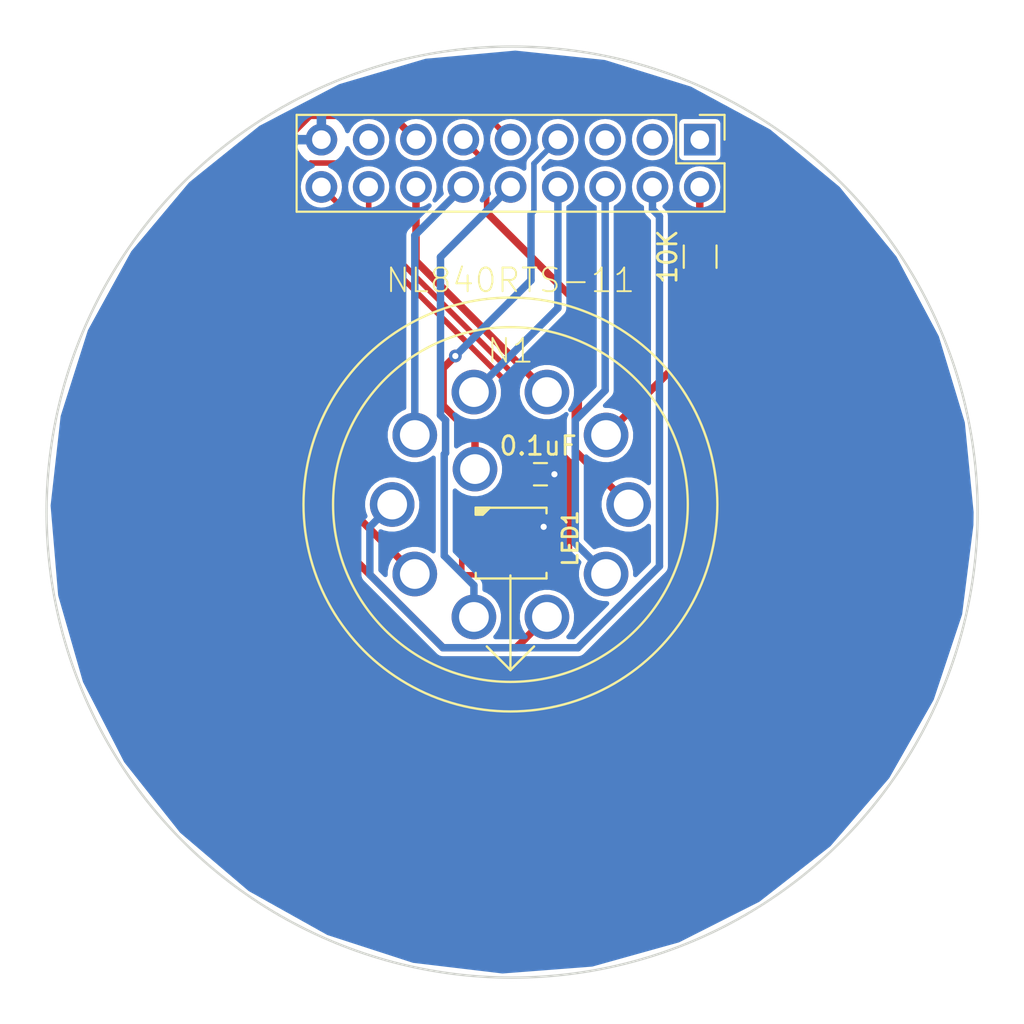
<source format=kicad_pcb>
(kicad_pcb (version 4) (host pcbnew 4.0.7)

  (general
    (links 17)
    (no_connects 0)
    (area 123.526499 80.346499 173.653501 130.473501)
    (thickness 1.6002)
    (drawings 2)
    (tracks 90)
    (zones 0)
    (modules 6)
    (nets 21)
  )

  (page A4)
  (layers
    (0 F.Cu signal)
    (31 B.Cu signal)
    (34 B.Paste user)
    (35 F.Paste user)
    (36 B.SilkS user)
    (37 F.SilkS user)
    (38 B.Mask user)
    (39 F.Mask user)
    (44 Edge.Cuts user)
  )

  (setup
    (last_trace_width 0.3)
    (user_trace_width 0.1524)
    (user_trace_width 0.2)
    (user_trace_width 0.25)
    (user_trace_width 0.3)
    (user_trace_width 0.4)
    (user_trace_width 0.5)
    (user_trace_width 0.6)
    (user_trace_width 0.8)
    (trace_clearance 0.254)
    (zone_clearance 0.1524)
    (zone_45_only no)
    (trace_min 0.1524)
    (segment_width 0.127)
    (edge_width 0.127)
    (via_size 0.6858)
    (via_drill 0.3302)
    (via_min_size 0.6858)
    (via_min_drill 0.3302)
    (uvia_size 0.508)
    (uvia_drill 0.127)
    (uvias_allowed no)
    (uvia_min_size 0.508)
    (uvia_min_drill 0.127)
    (pcb_text_width 0.127)
    (pcb_text_size 0.6 0.6)
    (mod_edge_width 0.127)
    (mod_text_size 0.6 0.6)
    (mod_text_width 0.127)
    (pad_size 1.524 1.524)
    (pad_drill 0.762)
    (pad_to_mask_clearance 0.05)
    (pad_to_paste_clearance -0.04)
    (aux_axis_origin 0 0)
    (grid_origin 148.59 105.41)
    (visible_elements 7FFFFF7F)
    (pcbplotparams
      (layerselection 0x3ffff_80000001)
      (usegerberextensions true)
      (usegerberattributes true)
      (excludeedgelayer true)
      (linewidth 0.127000)
      (plotframeref false)
      (viasonmask false)
      (mode 1)
      (useauxorigin false)
      (hpglpennumber 1)
      (hpglpenspeed 20)
      (hpglpendiameter 15)
      (hpglpenoverlay 2)
      (psnegative false)
      (psa4output false)
      (plotreference true)
      (plotvalue true)
      (plotinvisibletext false)
      (padsonsilk false)
      (subtractmaskfromsilk false)
      (outputformat 1)
      (mirror false)
      (drillshape 0)
      (scaleselection 1)
      (outputdirectory CAM/))
  )

  (net 0 "")
  (net 1 GND)
  (net 2 +5V)
  (net 3 "Net-(J1-Pad1)")
  (net 4 /Anode)
  (net 5 /HV6)
  (net 6 /HV5)
  (net 7 /HV10)
  (net 8 /HV4)
  (net 9 /HV9)
  (net 10 /HV3)
  (net 11 /HV8)
  (net 12 /HV2)
  (net 13 /HV7)
  (net 14 /HV1)
  (net 15 "Net-(J1-Pad15)")
  (net 16 /Din)
  (net 17 "Net-(LED1-Pad1-DO)")
  (net 18 "Net-(J1-Pad3)")
  (net 19 "Net-(J1-Pad5)")
  (net 20 "Net-(N1-Pad4)")

  (net_class Default "Imperial - this is the standard class"
    (clearance 0.254)
    (trace_width 0.254)
    (via_dia 0.6858)
    (via_drill 0.3302)
    (uvia_dia 0.508)
    (uvia_drill 0.127)
    (add_net +5V)
    (add_net /Anode)
    (add_net /Din)
    (add_net /HV1)
    (add_net /HV10)
    (add_net /HV2)
    (add_net /HV3)
    (add_net /HV4)
    (add_net /HV5)
    (add_net /HV6)
    (add_net /HV7)
    (add_net /HV8)
    (add_net /HV9)
    (add_net GND)
    (add_net "Net-(J1-Pad1)")
    (add_net "Net-(J1-Pad15)")
    (add_net "Net-(J1-Pad3)")
    (add_net "Net-(J1-Pad5)")
    (add_net "Net-(LED1-Pad1-DO)")
    (add_net "Net-(N1-Pad4)")
  )

  (net_class 0.2mm ""
    (clearance 0.2)
    (trace_width 0.2)
    (via_dia 0.6858)
    (via_drill 0.3302)
    (uvia_dia 0.508)
    (uvia_drill 0.127)
  )

  (net_class Minimal ""
    (clearance 0.1524)
    (trace_width 0.1524)
    (via_dia 0.6858)
    (via_drill 0.3302)
    (uvia_dia 0.508)
    (uvia_drill 0.127)
  )

  (module Capacitors_SMD:C_0603 (layer F.Cu) (tedit 5AAD8B4D) (tstamp 5AAD873A)
    (at 150.114 103.378)
    (descr "Capacitor SMD 0603, reflow soldering, AVX (see smccp.pdf)")
    (tags "capacitor 0603")
    (path /5AAD7BB6)
    (attr smd)
    (fp_text reference C1 (at 0 -1.5) (layer F.SilkS) hide
      (effects (font (size 1 1) (thickness 0.15)))
    )
    (fp_text value 0.1uF (at -0.127 -1.524) (layer F.SilkS)
      (effects (font (size 1 1) (thickness 0.15)))
    )
    (fp_line (start 1.4 0.65) (end -1.4 0.65) (layer F.CrtYd) (width 0.05))
    (fp_line (start 1.4 0.65) (end 1.4 -0.65) (layer F.CrtYd) (width 0.05))
    (fp_line (start -1.4 -0.65) (end -1.4 0.65) (layer F.CrtYd) (width 0.05))
    (fp_line (start -1.4 -0.65) (end 1.4 -0.65) (layer F.CrtYd) (width 0.05))
    (fp_line (start 0.35 0.6) (end -0.35 0.6) (layer F.SilkS) (width 0.12))
    (fp_line (start -0.35 -0.6) (end 0.35 -0.6) (layer F.SilkS) (width 0.12))
    (fp_line (start -0.8 -0.4) (end 0.8 -0.4) (layer F.Fab) (width 0.1))
    (fp_line (start 0.8 -0.4) (end 0.8 0.4) (layer F.Fab) (width 0.1))
    (fp_line (start 0.8 0.4) (end -0.8 0.4) (layer F.Fab) (width 0.1))
    (fp_line (start -0.8 0.4) (end -0.8 -0.4) (layer F.Fab) (width 0.1))
    (fp_text user %R (at 0 0) (layer F.Fab)
      (effects (font (size 0.3 0.3) (thickness 0.075)))
    )
    (pad 2 smd rect (at 0.75 0) (size 0.8 0.75) (layers F.Cu F.Paste F.Mask)
      (net 1 GND))
    (pad 1 smd rect (at -0.75 0) (size 0.8 0.75) (layers F.Cu F.Paste F.Mask)
      (net 2 +5V))
    (model Capacitors_SMD.3dshapes/C_0603.wrl
      (at (xyz 0 0 0))
      (scale (xyz 1 1 1))
      (rotate (xyz 0 0 0))
    )
  )

  (module Pin_Headers:Pin_Header_Straight_2x09_Pitch2.54mm (layer F.Cu) (tedit 5AAD8B8E) (tstamp 5AAD8762)
    (at 158.67 85.41 270)
    (descr "Through hole straight pin header, 2x09, 2.54mm pitch, double rows")
    (tags "Through hole pin header THT 2x09 2.54mm double row")
    (path /5AAD77F8)
    (fp_text reference J1 (at 1.27 -2.33 270) (layer F.SilkS) hide
      (effects (font (size 1 1) (thickness 0.15)))
    )
    (fp_text value Nixie (at 1.27 22.65 270) (layer F.Fab)
      (effects (font (size 1 1) (thickness 0.15)))
    )
    (fp_line (start 0 -1.27) (end 3.81 -1.27) (layer F.Fab) (width 0.1))
    (fp_line (start 3.81 -1.27) (end 3.81 21.59) (layer F.Fab) (width 0.1))
    (fp_line (start 3.81 21.59) (end -1.27 21.59) (layer F.Fab) (width 0.1))
    (fp_line (start -1.27 21.59) (end -1.27 0) (layer F.Fab) (width 0.1))
    (fp_line (start -1.27 0) (end 0 -1.27) (layer F.Fab) (width 0.1))
    (fp_line (start -1.33 21.65) (end 3.87 21.65) (layer F.SilkS) (width 0.12))
    (fp_line (start -1.33 1.27) (end -1.33 21.65) (layer F.SilkS) (width 0.12))
    (fp_line (start 3.87 -1.33) (end 3.87 21.65) (layer F.SilkS) (width 0.12))
    (fp_line (start -1.33 1.27) (end 1.27 1.27) (layer F.SilkS) (width 0.12))
    (fp_line (start 1.27 1.27) (end 1.27 -1.33) (layer F.SilkS) (width 0.12))
    (fp_line (start 1.27 -1.33) (end 3.87 -1.33) (layer F.SilkS) (width 0.12))
    (fp_line (start -1.33 0) (end -1.33 -1.33) (layer F.SilkS) (width 0.12))
    (fp_line (start -1.33 -1.33) (end 0 -1.33) (layer F.SilkS) (width 0.12))
    (fp_line (start -1.8 -1.8) (end -1.8 22.1) (layer F.CrtYd) (width 0.05))
    (fp_line (start -1.8 22.1) (end 4.35 22.1) (layer F.CrtYd) (width 0.05))
    (fp_line (start 4.35 22.1) (end 4.35 -1.8) (layer F.CrtYd) (width 0.05))
    (fp_line (start 4.35 -1.8) (end -1.8 -1.8) (layer F.CrtYd) (width 0.05))
    (fp_text user %R (at 1.27 10.16 360) (layer F.Fab)
      (effects (font (size 1 1) (thickness 0.15)))
    )
    (pad 1 thru_hole rect (at 0 0 270) (size 1.7 1.7) (drill 1) (layers *.Cu *.Mask)
      (net 3 "Net-(J1-Pad1)"))
    (pad 2 thru_hole oval (at 2.54 0 270) (size 1.7 1.7) (drill 1) (layers *.Cu *.Mask)
      (net 4 /Anode))
    (pad 3 thru_hole oval (at 0 2.54 270) (size 1.7 1.7) (drill 1) (layers *.Cu *.Mask)
      (net 18 "Net-(J1-Pad3)"))
    (pad 4 thru_hole oval (at 2.54 2.54 270) (size 1.7 1.7) (drill 1) (layers *.Cu *.Mask)
      (net 5 /HV6))
    (pad 5 thru_hole oval (at 0 5.08 270) (size 1.7 1.7) (drill 1) (layers *.Cu *.Mask)
      (net 19 "Net-(J1-Pad5)"))
    (pad 6 thru_hole oval (at 2.54 5.08 270) (size 1.7 1.7) (drill 1) (layers *.Cu *.Mask)
      (net 6 /HV5))
    (pad 7 thru_hole oval (at 0 7.62 270) (size 1.7 1.7) (drill 1) (layers *.Cu *.Mask)
      (net 7 /HV10))
    (pad 8 thru_hole oval (at 2.54 7.62 270) (size 1.7 1.7) (drill 1) (layers *.Cu *.Mask)
      (net 8 /HV4))
    (pad 9 thru_hole oval (at 0 10.16 270) (size 1.7 1.7) (drill 1) (layers *.Cu *.Mask)
      (net 9 /HV9))
    (pad 10 thru_hole oval (at 2.54 10.16 270) (size 1.7 1.7) (drill 1) (layers *.Cu *.Mask)
      (net 10 /HV3))
    (pad 11 thru_hole oval (at 0 12.7 270) (size 1.7 1.7) (drill 1) (layers *.Cu *.Mask)
      (net 11 /HV8))
    (pad 12 thru_hole oval (at 2.54 12.7 270) (size 1.7 1.7) (drill 1) (layers *.Cu *.Mask)
      (net 12 /HV2))
    (pad 13 thru_hole oval (at 0 15.24 270) (size 1.7 1.7) (drill 1) (layers *.Cu *.Mask)
      (net 13 /HV7))
    (pad 14 thru_hole oval (at 2.54 15.24 270) (size 1.7 1.7) (drill 1) (layers *.Cu *.Mask)
      (net 14 /HV1))
    (pad 15 thru_hole oval (at 0 17.78 270) (size 1.7 1.7) (drill 1) (layers *.Cu *.Mask)
      (net 15 "Net-(J1-Pad15)"))
    (pad 16 thru_hole oval (at 2.54 17.78 270) (size 1.7 1.7) (drill 1) (layers *.Cu *.Mask)
      (net 16 /Din))
    (pad 17 thru_hole oval (at 0 20.32 270) (size 1.7 1.7) (drill 1) (layers *.Cu *.Mask)
      (net 1 GND))
    (pad 18 thru_hole oval (at 2.54 20.32 270) (size 1.7 1.7) (drill 1) (layers *.Cu *.Mask)
      (net 2 +5V))
    (model ${KISYS3DMOD}/Pin_Headers.3dshapes/Pin_Header_Straight_2x09_Pitch2.54mm.wrl
      (at (xyz 0 0 0))
      (scale (xyz 1 1 1))
      (rotate (xyz 0 0 0))
    )
  )

  (module Resistors_SMD:R_0805 (layer F.Cu) (tedit 5AAD8BAB) (tstamp 5AAD879A)
    (at 158.69 91.694 270)
    (descr "Resistor SMD 0805, reflow soldering, Vishay (see dcrcw.pdf)")
    (tags "resistor 0805")
    (path /5AAD7A64)
    (attr smd)
    (fp_text reference R1 (at 0 -1.65 270) (layer F.SilkS) hide
      (effects (font (size 1 1) (thickness 0.15)))
    )
    (fp_text value 10K (at 0 1.75 270) (layer F.SilkS)
      (effects (font (size 1 1) (thickness 0.15)))
    )
    (fp_text user %R (at 0 0 270) (layer F.Fab)
      (effects (font (size 0.5 0.5) (thickness 0.075)))
    )
    (fp_line (start -1 0.62) (end -1 -0.62) (layer F.Fab) (width 0.1))
    (fp_line (start 1 0.62) (end -1 0.62) (layer F.Fab) (width 0.1))
    (fp_line (start 1 -0.62) (end 1 0.62) (layer F.Fab) (width 0.1))
    (fp_line (start -1 -0.62) (end 1 -0.62) (layer F.Fab) (width 0.1))
    (fp_line (start 0.6 0.88) (end -0.6 0.88) (layer F.SilkS) (width 0.12))
    (fp_line (start -0.6 -0.88) (end 0.6 -0.88) (layer F.SilkS) (width 0.12))
    (fp_line (start -1.55 -0.9) (end 1.55 -0.9) (layer F.CrtYd) (width 0.05))
    (fp_line (start -1.55 -0.9) (end -1.55 0.9) (layer F.CrtYd) (width 0.05))
    (fp_line (start 1.55 0.9) (end 1.55 -0.9) (layer F.CrtYd) (width 0.05))
    (fp_line (start 1.55 0.9) (end -1.55 0.9) (layer F.CrtYd) (width 0.05))
    (pad 1 smd rect (at -0.95 0 270) (size 0.7 1.3) (layers F.Cu F.Paste F.Mask)
      (net 4 /Anode))
    (pad 2 smd rect (at 0.95 0 270) (size 0.7 1.3) (layers F.Cu F.Paste F.Mask)
      (net 20 "Net-(N1-Pad4)"))
    (model ${KISYS3DMOD}/Resistors_SMD.3dshapes/R_0805.wrl
      (at (xyz 0 0 0))
      (scale (xyz 1 1 1))
      (rotate (xyz 0 0 0))
    )
  )

  (module adafruit:adafruit-LED3535 (layer F.Cu) (tedit 5AADC075) (tstamp 5AAFE1AD)
    (at 148.53856 107.07624)
    (path /5AADBC19)
    (attr smd)
    (fp_text reference LED1 (at 3.175 -0.254 90) (layer F.SilkS)
      (effects (font (size 0.8128 0.8128) (thickness 0.1524)))
    )
    (fp_text value WS2812BSK6812MINI (at 0.127 2.54) (layer F.SilkS) hide
      (effects (font (size 0.4064 0.4064) (thickness 0.0508)))
    )
    (fp_line (start -1.74752 -1.74752) (end 1.74752 -1.74752) (layer Dwgs.User) (width 0.127))
    (fp_line (start 1.74752 -1.74752) (end 1.74752 1.74752) (layer Dwgs.User) (width 0.127))
    (fp_line (start 1.74752 1.74752) (end -1.74752 1.74752) (layer Dwgs.User) (width 0.127))
    (fp_line (start -1.74752 1.74752) (end -1.74752 -1.74752) (layer Dwgs.User) (width 0.127))
    (fp_line (start -1.89992 -1.59766) (end -1.89992 -1.89992) (layer F.SilkS) (width 0.127))
    (fp_line (start -1.89992 -1.89992) (end 1.89992 -1.89992) (layer F.SilkS) (width 0.127))
    (fp_line (start 1.89992 -1.89992) (end 1.89992 -1.59766) (layer F.SilkS) (width 0.127))
    (fp_line (start -1.89992 1.59766) (end -1.89992 1.89992) (layer F.SilkS) (width 0.127))
    (fp_line (start -1.89992 1.89992) (end 1.89992 1.89992) (layer F.SilkS) (width 0.127))
    (fp_line (start 1.89992 1.89992) (end 1.89992 1.59766) (layer F.SilkS) (width 0.127))
    (fp_poly (pts (xy -1.905 -1.905) (xy -1.905 -1.524) (xy -1.524 -1.524) (xy -1.143 -1.905)
      (xy -1.905 -1.905)) (layer F.SilkS) (width 0.127))
    (fp_circle (center 0 0) (end 0 -1.39954) (layer Dwgs.User) (width 0.127))
    (pad 1-DO smd rect (at 1.74752 0.87376 90) (size 0.84836 0.99822) (layers F.Cu F.Paste F.Mask)
      (net 17 "Net-(LED1-Pad1-DO)"))
    (pad 2-GN smd rect (at 1.74752 -0.87376 90) (size 0.84836 0.99822) (layers F.Cu F.Paste F.Mask)
      (net 1 GND))
    (pad 3-DI smd rect (at -1.74752 -0.87376 90) (size 0.84836 0.99822) (layers F.Cu F.Paste F.Mask)
      (net 16 /Din))
    (pad 4-VD smd rect (at -1.74752 0.87376 90) (size 0.84836 0.99822) (layers F.Cu F.Paste F.Mask)
      (net 2 +5V))
  )

  (module logos:mermaid_l (layer B.Cu) (tedit 0) (tstamp 5AAFE2F1)
    (at 153.035 122.174 180)
    (fp_text reference G*** (at 0 0 180) (layer B.SilkS) hide
      (effects (font (thickness 0.3)) (justify mirror))
    )
    (fp_text value LOGO (at 0.75 0 180) (layer B.SilkS) hide
      (effects (font (thickness 0.3)) (justify mirror))
    )
    (fp_poly (pts (xy 0.016811 3.773536) (xy 0.035492 3.771585) (xy 0.039687 3.770741) (xy 0.079417 3.757244)
      (xy 0.111324 3.737775) (xy 0.124832 3.725513) (xy 0.142677 3.704599) (xy 0.153161 3.684612)
      (xy 0.15793 3.661447) (xy 0.15875 3.64097) (xy 0.158058 3.61993) (xy 0.155124 3.604749)
      (xy 0.148654 3.590748) (xy 0.141938 3.580059) (xy 0.122141 3.557766) (xy 0.098998 3.544256)
      (xy 0.074141 3.539962) (xy 0.049199 3.545313) (xy 0.036501 3.55221) (xy 0.025568 3.560763)
      (xy 0.019906 3.570026) (xy 0.017449 3.584153) (xy 0.016932 3.59157) (xy 0.016648 3.608477)
      (xy 0.018904 3.618133) (xy 0.024587 3.623743) (xy 0.026084 3.624592) (xy 0.039465 3.627784)
      (xy 0.050441 3.626922) (xy 0.059967 3.622881) (xy 0.061919 3.615123) (xy 0.060823 3.608777)
      (xy 0.060289 3.596153) (xy 0.064906 3.590901) (xy 0.073078 3.592235) (xy 0.083211 3.599369)
      (xy 0.093713 3.61152) (xy 0.102989 3.6279) (xy 0.103896 3.629997) (xy 0.108418 3.643365)
      (xy 0.108287 3.6547) (xy 0.103467 3.669685) (xy 0.087643 3.698859) (xy 0.064252 3.721926)
      (xy 0.050164 3.731216) (xy 0.036916 3.737802) (xy 0.022748 3.741623) (xy 0.004134 3.743365)
      (xy -0.014288 3.743716) (xy -0.040147 3.742911) (xy -0.057394 3.740394) (xy -0.064294 3.73724)
      (xy -0.073648 3.731439) (xy -0.077728 3.730626) (xy -0.088165 3.726605) (xy -0.102163 3.716065)
      (xy -0.117406 3.701291) (xy -0.131579 3.684564) (xy -0.142367 3.668169) (xy -0.143717 3.665542)
      (xy -0.151883 3.648712) (xy -0.159332 3.633251) (xy -0.163088 3.620111) (xy -0.165384 3.598867)
      (xy -0.16631 3.568514) (xy -0.166318 3.553876) (xy -0.166026 3.5265) (xy -0.165145 3.506715)
      (xy -0.163111 3.491529) (xy -0.159359 3.477949) (xy -0.153324 3.462983) (xy -0.14625 3.447521)
      (xy -0.121753 3.405235) (xy -0.0903 3.36927) (xy -0.051325 3.33924) (xy -0.004264 3.314759)
      (xy 0.051447 3.295441) (xy 0.089958 3.28602) (xy 0.119366 3.282227) (xy 0.156195 3.281263)
      (xy 0.197719 3.282946) (xy 0.241212 3.28709) (xy 0.283951 3.293513) (xy 0.321687 3.301638)
      (xy 0.342155 3.307861) (xy 0.360849 3.315263) (xy 0.376278 3.322945) (xy 0.386953 3.330006)
      (xy 0.391385 3.335547) (xy 0.388082 3.338667) (xy 0.383597 3.339042) (xy 0.373649 3.342219)
      (xy 0.357833 3.350734) (xy 0.338335 3.36306) (xy 0.317344 3.377673) (xy 0.297047 3.393046)
      (xy 0.279632 3.407655) (xy 0.267286 3.419973) (xy 0.26692 3.420407) (xy 0.246827 3.446164)
      (xy 0.232225 3.469838) (xy 0.221889 3.494463) (xy 0.214597 3.523071) (xy 0.209127 3.558694)
      (xy 0.208269 3.565849) (xy 0.208225 3.599519) (xy 0.214696 3.635439) (xy 0.226608 3.670269)
      (xy 0.242885 3.700666) (xy 0.257355 3.718587) (xy 0.284712 3.739246) (xy 0.316451 3.752322)
      (xy 0.350326 3.757709) (xy 0.384089 3.755304) (xy 0.415495 3.745003) (xy 0.441854 3.727116)
      (xy 0.456743 3.708989) (xy 0.464158 3.687733) (xy 0.465666 3.667574) (xy 0.46447 3.649678)
      (xy 0.459418 3.636679) (xy 0.44831 3.623019) (xy 0.447843 3.622523) (xy 0.432662 3.60928)
      (xy 0.418526 3.60395) (xy 0.413448 3.603625) (xy 0.394908 3.608269) (xy 0.381565 3.620647)
      (xy 0.375782 3.638431) (xy 0.375708 3.640833) (xy 0.378805 3.655072) (xy 0.386689 3.660815)
      (xy 0.397247 3.657238) (xy 0.40302 3.65151) (xy 0.411119 3.643576) (xy 0.417703 3.64383)
      (xy 0.420717 3.645984) (xy 0.426691 3.656909) (xy 0.428309 3.673525) (xy 0.425542 3.691863)
      (xy 0.421138 3.703294) (xy 0.410709 3.716673) (xy 0.399156 3.725521) (xy 0.381042 3.731036)
      (xy 0.358057 3.732598) (xy 0.335132 3.730244) (xy 0.318905 3.724949) (xy 0.298369 3.711409)
      (xy 0.278961 3.693672) (xy 0.264484 3.675356) (xy 0.26187 3.670693) (xy 0.258107 3.658302)
      (xy 0.255508 3.640465) (xy 0.254155 3.620218) (xy 0.254128 3.6006) (xy 0.25551 3.584648)
      (xy 0.258381 3.5754) (xy 0.259291 3.574521) (xy 0.263387 3.567227) (xy 0.264583 3.558334)
      (xy 0.266434 3.54854) (xy 0.269875 3.545417) (xy 0.274956 3.541344) (xy 0.275166 3.539772)
      (xy 0.278369 3.532005) (xy 0.286651 3.519125) (xy 0.298022 3.503894) (xy 0.310492 3.489074)
      (xy 0.315691 3.483521) (xy 0.332808 3.469181) (xy 0.356966 3.453086) (xy 0.385192 3.436898)
      (xy 0.41451 3.422278) (xy 0.441945 3.410886) (xy 0.451563 3.407656) (xy 0.513508 3.39253)
      (xy 0.572008 3.386659) (xy 0.6285 3.390216) (xy 0.684423 3.403376) (xy 0.741216 3.42631)
      (xy 0.78052 3.447259) (xy 0.817352 3.46804) (xy 0.848125 3.483558) (xy 0.875501 3.494552)
      (xy 0.902139 3.501759) (xy 0.9307 3.505917) (xy 0.963843 3.507764) (xy 0.999762 3.50806)
      (xy 1.029829 3.507596) (xy 1.058475 3.506543) (xy 1.08289 3.505047) (xy 1.100268 3.50325)
      (xy 1.103312 3.502746) (xy 1.124251 3.498943) (xy 1.148566 3.494739) (xy 1.16152 3.492588)
      (xy 1.183437 3.488718) (xy 1.205109 3.484407) (xy 1.21576 3.482026) (xy 1.242534 3.475574)
      (xy 1.261268 3.470981) (xy 1.27422 3.467665) (xy 1.283649 3.465044) (xy 1.29181 3.462534)
      (xy 1.293812 3.46189) (xy 1.330054 3.447173) (xy 1.362613 3.428217) (xy 1.390124 3.406284)
      (xy 1.411222 3.382636) (xy 1.42454 3.358536) (xy 1.428749 3.337087) (xy 1.430965 3.31796)
      (xy 1.436932 3.293293) (xy 1.445634 3.266996) (xy 1.4496 3.257021) (xy 1.460028 3.223921)
      (xy 1.465344 3.188889) (xy 1.465701 3.173183) (xy 1.465206 3.152449) (xy 1.465622 3.140318)
      (xy 1.467505 3.134815) (xy 1.471411 3.133966) (xy 1.476375 3.135313) (xy 1.485246 3.136563)
      (xy 1.485546 3.132317) (xy 1.477379 3.123141) (xy 1.473497 3.119686) (xy 1.464568 3.110292)
      (xy 1.463129 3.101507) (xy 1.465406 3.093994) (xy 1.472998 3.082438) (xy 1.485846 3.06985)
      (xy 1.491895 3.065257) (xy 1.507592 3.051442) (xy 1.513053 3.038041) (xy 1.508312 3.023896)
      (xy 1.493572 3.007997) (xy 1.481954 2.996879) (xy 1.477871 2.989625) (xy 1.480148 2.984092)
      (xy 1.480343 2.983889) (xy 1.48489 2.973373) (xy 1.486712 2.956585) (xy 1.485771 2.93749)
      (xy 1.482027 2.920051) (xy 1.481007 2.917281) (xy 1.468042 2.883178) (xy 1.459777 2.85676)
      (xy 1.455764 2.836468) (xy 1.455208 2.827306) (xy 1.451635 2.812089) (xy 1.440656 2.801224)
      (xy 1.433744 2.797314) (xy 1.425278 2.794661) (xy 1.41333 2.793085) (xy 1.395971 2.79241)
      (xy 1.371273 2.792457) (xy 1.349375 2.792809) (xy 1.31873 2.793255) (xy 1.296659 2.793112)
      (xy 1.281157 2.792186) (xy 1.270221 2.790279) (xy 1.261849 2.787196) (xy 1.255447 2.783626)
      (xy 1.244268 2.774775) (xy 1.238474 2.766405) (xy 1.23825 2.764974) (xy 1.235863 2.757876)
      (xy 1.233805 2.756959) (xy 1.229201 2.752098) (xy 1.223916 2.739092) (xy 1.218503 2.720308)
      (xy 1.213515 2.698112) (xy 1.209506 2.674871) (xy 1.207028 2.652951) (xy 1.2065 2.640132)
      (xy 1.207874 2.614203) (xy 1.211589 2.582523) (xy 1.217032 2.549504) (xy 1.222776 2.522803)
      (xy 1.235661 2.473043) (xy 1.247332 2.433315) (xy 1.257929 2.403156) (xy 1.259293 2.399771)
      (xy 1.264013 2.387513) (xy 1.269636 2.371955) (xy 1.270086 2.370667) (xy 1.278721 2.347809)
      (xy 1.289907 2.322021) (xy 1.304888 2.290463) (xy 1.308378 2.283355) (xy 1.317963 2.259043)
      (xy 1.323702 2.234224) (xy 1.325348 2.211548) (xy 1.322652 2.19366) (xy 1.317561 2.184909)
      (xy 1.307186 2.176016) (xy 1.292853 2.165074) (xy 1.277255 2.153968) (xy 1.263087 2.144581)
      (xy 1.253044 2.138797) (xy 1.250232 2.137834) (xy 1.242386 2.13401) (xy 1.231208 2.124466)
      (xy 1.219519 2.11209) (xy 1.21014 2.099773) (xy 1.206613 2.093154) (xy 1.204218 2.073293)
      (xy 1.210459 2.048342) (xy 1.211685 2.04523) (xy 1.220793 2.023791) (xy 1.23213 1.998543)
      (xy 1.244765 1.971403) (xy 1.257766 1.944284) (xy 1.270202 1.9191) (xy 1.281142 1.897767)
      (xy 1.289653 1.882198) (xy 1.294804 1.874308) (xy 1.294911 1.874195) (xy 1.300737 1.866426)
      (xy 1.30175 1.863411) (xy 1.305702 1.855954) (xy 1.316422 1.843726) (xy 1.332206 1.828296)
      (xy 1.351351 1.811235) (xy 1.372151 1.794113) (xy 1.392903 1.778501) (xy 1.397 1.775628)
      (xy 1.412481 1.764474) (xy 1.432822 1.749179) (xy 1.456251 1.731147) (xy 1.480994 1.711783)
      (xy 1.505277 1.692489) (xy 1.527327 1.674669) (xy 1.54537 1.659728) (xy 1.557633 1.649068)
      (xy 1.561041 1.645785) (xy 1.566531 1.641261) (xy 1.577559 1.632846) (xy 1.584854 1.62743)
      (xy 1.599074 1.616479) (xy 1.610642 1.606732) (xy 1.613958 1.603563) (xy 1.621166 1.597319)
      (xy 1.63503 1.586326) (xy 1.653625 1.57203) (xy 1.675029 1.555881) (xy 1.697317 1.539326)
      (xy 1.718566 1.523814) (xy 1.736854 1.510793) (xy 1.740958 1.507944) (xy 1.75542 1.497422)
      (xy 1.767734 1.487559) (xy 1.769672 1.48584) (xy 1.781335 1.477351) (xy 1.789516 1.473434)
      (xy 1.797549 1.469117) (xy 1.799166 1.466423) (xy 1.803588 1.462135) (xy 1.814535 1.456503)
      (xy 1.817687 1.455209) (xy 1.829662 1.449593) (xy 1.835937 1.444862) (xy 1.836208 1.4441)
      (xy 1.840779 1.440501) (xy 1.852852 1.434525) (xy 1.869967 1.42737) (xy 1.872824 1.426267)
      (xy 1.88894 1.420424) (xy 1.902804 1.416562) (xy 1.917198 1.414357) (xy 1.934907 1.413483)
      (xy 1.958714 1.413615) (xy 1.977334 1.414048) (xy 2.011477 1.415666) (xy 2.050591 1.418652)
      (xy 2.089221 1.422539) (xy 2.114726 1.425785) (xy 2.14488 1.42989) (xy 2.16751 1.432256)
      (xy 2.18552 1.432964) (xy 2.201812 1.432095) (xy 2.219288 1.429731) (xy 2.224528 1.428856)
      (xy 2.245404 1.424861) (xy 2.257747 1.421152) (xy 2.263552 1.416902) (xy 2.264833 1.412127)
      (xy 2.263508 1.406717) (xy 2.257986 1.403732) (xy 2.245944 1.402491) (xy 2.231409 1.402292)
      (xy 2.207764 1.401303) (xy 2.182238 1.398663) (xy 2.158033 1.394866) (xy 2.138355 1.390404)
      (xy 2.12725 1.386276) (xy 2.123304 1.383434) (xy 2.123829 1.381057) (xy 2.130164 1.378752)
      (xy 2.143652 1.376125) (xy 2.165634 1.37278) (xy 2.180166 1.370725) (xy 2.208747 1.366286)
      (xy 2.230983 1.361492) (xy 2.251087 1.355226) (xy 2.27327 1.34637) (xy 2.275416 1.345449)
      (xy 2.291879 1.337058) (xy 2.307873 1.326809) (xy 2.32072 1.316668) (xy 2.327745 1.308602)
      (xy 2.328333 1.306591) (xy 2.323743 1.304335) (xy 2.312281 1.304011) (xy 2.297402 1.305252)
      (xy 2.282566 1.307694) (xy 2.271229 1.31097) (xy 2.267743 1.312991) (xy 2.258675 1.31683)
      (xy 2.251604 1.317626) (xy 2.239817 1.320172) (xy 2.234786 1.323331) (xy 2.225761 1.326846)
      (xy 2.213884 1.326984) (xy 2.204136 1.325219) (xy 2.204029 1.323129) (xy 2.20927 1.320799)
      (xy 2.23606 1.310129) (xy 2.25511 1.301894) (xy 2.268643 1.294964) (xy 2.278885 1.288209)
      (xy 2.287322 1.281169) (xy 2.296853 1.2715) (xy 2.301715 1.264499) (xy 2.301875 1.263719)
      (xy 2.297454 1.259587) (xy 2.285098 1.260225) (xy 2.266162 1.265338) (xy 2.242005 1.274631)
      (xy 2.232778 1.27872) (xy 2.210862 1.287938) (xy 2.195226 1.292907) (xy 2.186673 1.293593)
      (xy 2.186011 1.289959) (xy 2.194044 1.28197) (xy 2.19612 1.28034) (xy 2.207237 1.273141)
      (xy 2.215319 1.270118) (xy 2.221801 1.265714) (xy 2.226876 1.256324) (xy 2.227791 1.251047)
      (xy 2.223516 1.248302) (xy 2.212505 1.249392) (xy 2.197482 1.253408) (xy 2.181171 1.259436)
      (xy 2.166296 1.266566) (xy 2.15558 1.273887) (xy 2.153708 1.275833) (xy 2.146702 1.280288)
      (xy 2.132687 1.286789) (xy 2.114695 1.294037) (xy 2.095756 1.300732) (xy 2.095124 1.300937)
      (xy 2.07869 1.304461) (xy 2.057774 1.306667) (xy 2.046312 1.307042) (xy 2.028903 1.306558)
      (xy 2.018807 1.304253) (xy 2.012768 1.298853) (xy 2.009183 1.29249) (xy 2.005287 1.278785)
      (xy 2.008579 1.265874) (xy 2.019902 1.252443) (xy 2.040101 1.237179) (xy 2.048014 1.232048)
      (xy 2.069352 1.218173) (xy 2.083328 1.207722) (xy 2.091758 1.198848) (xy 2.096459 1.189706)
      (xy 2.098878 1.180349) (xy 2.099775 1.168122) (xy 2.095521 1.163627) (xy 2.094838 1.16354)
      (xy 2.077123 1.165005) (xy 2.064663 1.173081) (xy 2.054291 1.180457) (xy 2.036679 1.190046)
      (xy 2.014573 1.20055) (xy 1.990717 1.210671) (xy 1.967857 1.219114) (xy 1.965854 1.219776)
      (xy 1.928101 1.233609) (xy 1.898307 1.248381) (xy 1.87387 1.26573) (xy 1.852189 1.287294)
      (xy 1.844908 1.29597) (xy 1.82922 1.314316) (xy 1.813605 1.330793) (xy 1.80082 1.342542)
      (xy 1.797992 1.344686) (xy 1.786309 1.353213) (xy 1.778836 1.359346) (xy 1.778 1.360236)
      (xy 1.771224 1.365606) (xy 1.75693 1.374794) (xy 1.736985 1.386729) (xy 1.713259 1.400343)
      (xy 1.687619 1.414565) (xy 1.661936 1.428326) (xy 1.638076 1.440557) (xy 1.635125 1.442019)
      (xy 1.587553 1.46584) (xy 1.546283 1.487396) (xy 1.507857 1.50852) (xy 1.481666 1.52353)
      (xy 1.464862 1.532936) (xy 1.450648 1.540248) (xy 1.443302 1.543429) (xy 1.435482 1.548118)
      (xy 1.434041 1.551076) (xy 1.429946 1.555562) (xy 1.42835 1.55575) (xy 1.421455 1.558368)
      (xy 1.407463 1.565519) (xy 1.388265 1.576151) (xy 1.365753 1.589212) (xy 1.341819 1.60365)
      (xy 1.338081 1.605957) (xy 1.328838 1.611626) (xy 1.314356 1.620452) (xy 1.303686 1.626934)
      (xy 1.289183 1.635949) (xy 1.278713 1.64286) (xy 1.275291 1.645485) (xy 1.269816 1.650117)
      (xy 1.258818 1.65865) (xy 1.251479 1.66417) (xy 1.234056 1.677274) (xy 1.220686 1.687881)
      (xy 1.208649 1.698391) (xy 1.195222 1.711206) (xy 1.177684 1.728725) (xy 1.173427 1.733021)
      (xy 1.154691 1.753203) (xy 1.136473 1.774958) (xy 1.121826 1.794574) (xy 1.117957 1.80049)
      (xy 1.107458 1.815879) (xy 1.098096 1.826821) (xy 1.091977 1.830917) (xy 1.085418 1.828569)
      (xy 1.084785 1.826948) (xy 1.081627 1.820717) (xy 1.073818 1.810294) (xy 1.071556 1.807605)
      (xy 1.063024 1.796859) (xy 1.058535 1.789598) (xy 1.058333 1.788759) (xy 1.055116 1.78268)
      (xy 1.048847 1.77503) (xy 1.038358 1.760344) (xy 1.026121 1.737991) (xy 1.013216 1.710506)
      (xy 1.00072 1.680421) (xy 0.989714 1.650268) (xy 0.981275 1.622581) (xy 0.977986 1.608667)
      (xy 0.968972 1.562362) (xy 0.962328 1.523365) (xy 0.95779 1.488735) (xy 0.955093 1.45553)
      (xy 0.953972 1.420809) (xy 0.954162 1.38163) (xy 0.954874 1.352021) (xy 0.955956 1.318336)
      (xy 0.957154 1.287144) (xy 0.958377 1.260422) (xy 0.959534 1.240144) (xy 0.960534 1.228284)
      (xy 0.960617 1.227667) (xy 0.961429 1.217554) (xy 0.962358 1.198447) (xy 0.96335 1.171939)
      (xy 0.964353 1.139617) (xy 0.96531 1.103071) (xy 0.96617 1.063891) (xy 0.966176 1.063625)
      (xy 0.966988 1.016579) (xy 0.967314 0.977779) (xy 0.967075 0.9449) (xy 0.96619 0.915612)
      (xy 0.964579 0.887587) (xy 0.962164 0.858498) (xy 0.958863 0.826017) (xy 0.95765 0.814917)
      (xy 0.951084 0.75682) (xy 0.945176 0.707679) (xy 0.939682 0.665903) (xy 0.934356 0.629902)
      (xy 0.928956 0.598088) (xy 0.923235 0.56887) (xy 0.916949 0.54066) (xy 0.912885 0.523875)
      (xy 0.906794 0.498662) (xy 0.901413 0.475129) (xy 0.897462 0.456489) (xy 0.895973 0.44834)
      (xy 0.892856 0.434708) (xy 0.889085 0.426281) (xy 0.888285 0.425538) (xy 0.884592 0.418555)
      (xy 0.883669 0.411115) (xy 0.882028 0.401383) (xy 0.877635 0.38436) (xy 0.871226 0.362746)
      (xy 0.866028 0.346605) (xy 0.857767 0.321534) (xy 0.84996 0.297435) (xy 0.843739 0.277819)
      (xy 0.841302 0.269875) (xy 0.836378 0.25453) (xy 0.832191 0.243342) (xy 0.830942 0.240771)
      (xy 0.827336 0.232696) (xy 0.822295 0.21902) (xy 0.820702 0.214313) (xy 0.81395 0.195276)
      (xy 0.806669 0.176625) (xy 0.80583 0.174625) (xy 0.798972 0.158321) (xy 0.792944 0.14374)
      (xy 0.792593 0.142875) (xy 0.786649 0.129107) (xy 0.782549 0.120458) (xy 0.778574 0.110063)
      (xy 0.777875 0.105842) (xy 0.775639 0.099184) (xy 0.769428 0.084596) (xy 0.759982 0.063622)
      (xy 0.748042 0.037806) (xy 0.734349 0.008691) (xy 0.719644 -0.022178) (xy 0.704668 -0.053257)
      (xy 0.690162 -0.083002) (xy 0.676867 -0.10987) (xy 0.665523 -0.132316) (xy 0.656873 -0.148797)
      (xy 0.651656 -0.157769) (xy 0.650888 -0.15875) (xy 0.64704 -0.164585) (xy 0.640139 -0.176579)
      (xy 0.635415 -0.185208) (xy 0.622667 -0.207639) (xy 0.605809 -0.235506) (xy 0.586295 -0.266573)
      (xy 0.565581 -0.298607) (xy 0.545121 -0.329373) (xy 0.52637 -0.356639) (xy 0.510784 -0.378168)
      (xy 0.504464 -0.386291) (xy 0.49882 -0.393433) (xy 0.48822 -0.406992) (xy 0.474188 -0.425014)
      (xy 0.458423 -0.445321) (xy 0.386268 -0.531586) (xy 0.305323 -0.615902) (xy 0.217382 -0.696433)
      (xy 0.193138 -0.716902) (xy 0.177764 -0.729736) (xy 0.165728 -0.739925) (xy 0.159212 -0.745619)
      (xy 0.15875 -0.74607) (xy 0.15364 -0.750212) (xy 0.141905 -0.75919) (xy 0.125441 -0.771566)
      (xy 0.111125 -0.782215) (xy 0.091503 -0.796811) (xy 0.074346 -0.809688) (xy 0.061903 -0.819151)
      (xy 0.057234 -0.822811) (xy 0.046348 -0.830914) (xy 0.033422 -0.839659) (xy 0.019429 -0.849492)
      (xy 0.008262 -0.85853) (xy -0.00115 -0.865562) (xy -0.006772 -0.867833) (xy -0.013177 -0.871028)
      (xy -0.024494 -0.879231) (xy -0.033185 -0.886354) (xy -0.046046 -0.896711) (xy -0.055853 -0.903433)
      (xy -0.059243 -0.904875) (xy -0.065136 -0.907527) (xy -0.076973 -0.9143) (xy -0.09191 -0.923419)
      (xy -0.107104 -0.933106) (xy -0.119711 -0.941585) (xy -0.126887 -0.947081) (xy -0.127 -0.947193)
      (xy -0.133129 -0.951521) (xy -0.142875 -0.957378) (xy -0.152011 -0.962765) (xy -0.168175 -0.972485)
      (xy -0.189376 -0.985333) (xy -0.213623 -1.000104) (xy -0.223801 -1.006326) (xy -0.247553 -1.020777)
      (xy -0.267952 -1.033032) (xy -0.283378 -1.04213) (xy -0.292207 -1.047106) (xy -0.293632 -1.04775)
      (xy -0.298902 -1.050229) (xy -0.310818 -1.056768) (xy -0.326931 -1.066017) (xy -0.328991 -1.067222)
      (xy -0.356603 -1.083148) (xy -0.386048 -1.099703) (xy -0.414493 -1.115327) (xy -0.439106 -1.128464)
      (xy -0.455084 -1.136599) (xy -0.467632 -1.14309) (xy -0.475484 -1.147821) (xy -0.47625 -1.148468)
      (xy -0.481786 -1.151903) (xy -0.494692 -1.158989) (xy -0.512891 -1.168607) (xy -0.529167 -1.177013)
      (xy -0.578322 -1.202179) (xy -0.622845 -1.225001) (xy -0.661951 -1.245075) (xy -0.694854 -1.261998)
      (xy -0.720769 -1.275365) (xy -0.73891 -1.284772) (xy -0.748492 -1.289816) (xy -0.748968 -1.290075)
      (xy -0.758048 -1.294813) (xy -0.773987 -1.302904) (xy -0.794153 -1.313017) (xy -0.80698 -1.3194)
      (xy -0.881231 -1.35675) (xy -0.94652 -1.390707) (xy -1.003734 -1.421745) (xy -1.05376 -1.450342)
      (xy -1.076855 -1.464177) (xy -1.090458 -1.471801) (xy -1.098021 -1.475597) (xy -1.105412 -1.479911)
      (xy -1.119579 -1.488876) (xy -1.138874 -1.501392) (xy -1.161647 -1.516359) (xy -1.18625 -1.532677)
      (xy -1.211035 -1.549246) (xy -1.234352 -1.564966) (xy -1.254552 -1.578737) (xy -1.269988 -1.58946)
      (xy -1.279009 -1.596033) (xy -1.280584 -1.5974) (xy -1.28583 -1.602217) (xy -1.296881 -1.611472)
      (xy -1.309688 -1.621833) (xy -1.369914 -1.675393) (xy -1.421218 -1.732685) (xy -1.463288 -1.79318)
      (xy -1.495811 -1.856346) (xy -1.518476 -1.921651) (xy -1.530971 -1.988566) (xy -1.532115 -2.00072)
      (xy -1.533533 -2.021291) (xy -1.533389 -2.03401) (xy -1.531178 -2.041555) (xy -1.526396 -2.046606)
      (xy -1.523028 -2.048937) (xy -1.508982 -2.055507) (xy -1.492365 -2.060056) (xy -1.492229 -2.060079)
      (xy -1.452691 -2.067475) (xy -1.418964 -2.075738) (xy -1.394355 -2.083271) (xy -1.372487 -2.090356)
      (xy -1.346337 -2.098616) (xy -1.322917 -2.10585) (xy -1.302468 -2.112199) (xy -1.284909 -2.117877)
      (xy -1.273608 -2.12179) (xy -1.272646 -2.122164) (xy -1.262724 -2.125949) (xy -1.246121 -2.132103)
      (xy -1.226116 -2.139411) (xy -1.222375 -2.140766) (xy -1.203039 -2.148094) (xy -1.187481 -2.154598)
      (xy -1.178496 -2.159093) (xy -1.177661 -2.159711) (xy -1.168071 -2.163984) (xy -1.164987 -2.164291)
      (xy -1.156849 -2.166561) (xy -1.141251 -2.172762) (xy -1.120145 -2.181983) (xy -1.095482 -2.193313)
      (xy -1.069213 -2.20584) (xy -1.043289 -2.218653) (xy -1.019661 -2.230841) (xy -1.002771 -2.240067)
      (xy -0.979183 -2.253619) (xy -0.954406 -2.268128) (xy -0.930964 -2.28209) (xy -0.911386 -2.293997)
      (xy -0.898196 -2.302344) (xy -0.897227 -2.302991) (xy -0.84537 -2.340492) (xy -0.792658 -2.383257)
      (xy -0.741528 -2.42907) (xy -0.694416 -2.475712) (xy -0.653759 -2.520968) (xy -0.642579 -2.534708)
      (xy -0.628634 -2.552018) (xy -0.616971 -2.565902) (xy -0.609232 -2.574434) (xy -0.607219 -2.576159)
      (xy -0.603295 -2.582213) (xy -0.60325 -2.582995) (xy -0.599953 -2.59017) (xy -0.592419 -2.599694)
      (xy -0.584795 -2.609595) (xy -0.573492 -2.626331) (xy -0.559985 -2.647494) (xy -0.545751 -2.670677)
      (xy -0.532266 -2.693472) (xy -0.521004 -2.713471) (xy -0.513442 -2.728265) (xy -0.512956 -2.729342)
      (xy -0.506925 -2.740667) (xy -0.501953 -2.746251) (xy -0.501417 -2.746375) (xy -0.497764 -2.750622)
      (xy -0.497417 -2.753524) (xy -0.495063 -2.76201) (xy -0.489037 -2.775934) (xy -0.484188 -2.785554)
      (xy -0.476676 -2.800966) (xy -0.471883 -2.81327) (xy -0.470959 -2.817651) (xy -0.468504 -2.82541)
      (xy -0.46699 -2.826631) (xy -0.463351 -2.832354) (xy -0.457475 -2.846051) (xy -0.450118 -2.865545)
      (xy -0.442034 -2.888659) (xy -0.433976 -2.913215) (xy -0.4267 -2.937036) (xy -0.420958 -2.957944)
      (xy -0.419645 -2.963333) (xy -0.414816 -2.982772) (xy -0.410227 -2.999259) (xy -0.40721 -3.008312)
      (xy -0.403349 -3.020934) (xy -0.400065 -3.036847) (xy -0.399977 -3.037416) (xy -0.397973 -3.049953)
      (xy -0.394675 -3.070065) (xy -0.390554 -3.094892) (xy -0.386442 -3.119437) (xy -0.382507 -3.145522)
      (xy -0.379552 -3.172135) (xy -0.377442 -3.20146) (xy -0.376041 -3.23568) (xy -0.375217 -3.276977)
      (xy -0.374941 -3.306237) (xy -0.374907 -3.341428) (xy -0.375253 -3.373114) (xy -0.375932 -3.399753)
      (xy -0.376895 -3.4198) (xy -0.378095 -3.431711) (xy -0.378888 -3.43429) (xy -0.385103 -3.433466)
      (xy -0.398593 -3.427213) (xy -0.41801 -3.416235) (xy -0.441209 -3.401752) (xy -0.483878 -3.374892)
      (xy -0.526415 -3.34985) (xy -0.571041 -3.325433) (xy -0.619976 -3.30045) (xy -0.67544 -3.27371)
      (xy -0.709084 -3.258031) (xy -0.744498 -3.241758) (xy -0.773275 -3.228687) (xy -0.794644 -3.21916)
      (xy -0.807839 -3.213522) (xy -0.812017 -3.212041) (xy -0.817473 -3.210007) (xy -0.830202 -3.204577)
      (xy -0.847855 -3.196764) (xy -0.855541 -3.193302) (xy -0.87586 -3.184131) (xy -0.893504 -3.176218)
      (xy -0.905456 -3.170914) (xy -0.907521 -3.170016) (xy -0.918356 -3.165316) (xy -0.934412 -3.158299)
      (xy -0.944563 -3.153846) (xy -0.976212 -3.140021) (xy -0.999364 -3.130101) (xy -1.015151 -3.123604)
      (xy -1.018646 -3.12224) (xy -1.034695 -3.115354) (xy -1.057193 -3.104752) (xy -1.083338 -3.091857)
      (xy -1.110325 -3.078089) (xy -1.135352 -3.064868) (xy -1.155614 -3.053616) (xy -1.164167 -3.048495)
      (xy -1.18064 -3.036718) (xy -1.199817 -3.020816) (xy -1.220061 -3.002427) (xy -1.239737 -2.983188)
      (xy -1.257209 -2.964736) (xy -1.27084 -2.948708) (xy -1.278994 -2.936743) (xy -1.280584 -2.931984)
      (xy -1.284494 -2.925639) (xy -1.284991 -2.925409) (xy -1.290019 -2.9202) (xy -1.298403 -2.9087)
      (xy -1.308276 -2.893826) (xy -1.317775 -2.878494) (xy -1.325035 -2.865619) (xy -1.32819 -2.858117)
      (xy -1.328209 -2.857838) (xy -1.332 -2.851529) (xy -1.332427 -2.851326) (xy -1.337013 -2.84591)
      (xy -1.344025 -2.834059) (xy -1.348297 -2.82575) (xy -1.354863 -2.813311) (xy -1.359169 -2.807024)
      (xy -1.360124 -2.807229) (xy -1.360267 -2.814002) (xy -1.360556 -2.829563) (xy -1.360961 -2.852114)
      (xy -1.361448 -2.879861) (xy -1.36193 -2.90777) (xy -1.363484 -2.959059) (xy -1.366614 -3.002125)
      (xy -1.371909 -3.039285) (xy -1.379955 -3.072855) (xy -1.391341 -3.105149) (xy -1.406655 -3.138482)
      (xy -1.426484 -3.175172) (xy -1.432473 -3.185583) (xy -1.441516 -3.200851) (xy -1.454792 -3.222887)
      (xy -1.470945 -3.249473) (xy -1.488616 -3.278392) (xy -1.506447 -3.307427) (xy -1.523079 -3.334361)
      (xy -1.537156 -3.356975) (xy -1.546782 -3.372217) (xy -1.556574 -3.387882) (xy -1.563588 -3.399817)
      (xy -1.566333 -3.405482) (xy -1.566334 -3.405513) (xy -1.569332 -3.411428) (xy -1.571875 -3.414671)
      (xy -1.578955 -3.424037) (xy -1.58836 -3.437955) (xy -1.598309 -3.453578) (xy -1.607021 -3.468061)
      (xy -1.612717 -3.478559) (xy -1.613959 -3.481937) (xy -1.617841 -3.488012) (xy -1.618012 -3.48809)
      (xy -1.62267 -3.49336) (xy -1.6306 -3.505128) (xy -1.640113 -3.520543) (xy -1.649522 -3.536754)
      (xy -1.657137 -3.550911) (xy -1.661271 -3.560162) (xy -1.661584 -3.56167) (xy -1.66483 -3.566534)
      (xy -1.665553 -3.566624) (xy -1.670608 -3.570852) (xy -1.67527 -3.57853) (xy -1.6797 -3.587499)
      (xy -1.687831 -3.603801) (xy -1.698602 -3.625313) (xy -1.710953 -3.649918) (xy -1.714283 -3.656541)
      (xy -1.728714 -3.685357) (xy -1.739369 -3.707018) (xy -1.747301 -3.723791) (xy -1.753561 -3.73794)
      (xy -1.759201 -3.751728) (xy -1.762834 -3.761052) (xy -1.768776 -3.776191) (xy -1.77226 -3.784864)
      (xy -1.776532 -3.796565) (xy -1.782292 -3.813799) (xy -1.786124 -3.825875) (xy -1.794107 -3.850123)
      (xy -1.800605 -3.864974) (xy -1.806629 -3.871317) (xy -1.813196 -3.870039) (xy -1.821317 -3.862026)
      (xy -1.823851 -3.858896) (xy -1.834996 -3.845041) (xy -1.845018 -3.832935) (xy -1.860304 -3.814747)
      (xy -1.871524 -3.80089) (xy -1.881557 -3.787711) (xy -1.892096 -3.773209) (xy -1.901907 -3.758672)
      (xy -1.908513 -3.747198) (xy -1.910292 -3.74234) (xy -1.913744 -3.735549) (xy -1.9147 -3.735034)
      (xy -1.920879 -3.728832) (xy -1.93058 -3.714612) (xy -1.942942 -3.693993) (xy -1.957108 -3.668592)
      (xy -1.972218 -3.640026) (xy -1.987415 -3.609913) (xy -2.001841 -3.579871) (xy -2.014636 -3.551517)
      (xy -2.02375 -3.529541) (xy -2.030337 -3.513335) (xy -2.036097 -3.500143) (xy -2.037835 -3.49654)
      (xy -2.041998 -3.483106) (xy -2.042584 -3.477009) (xy -2.044998 -3.466849) (xy -2.047875 -3.463395)
      (xy -2.052009 -3.456083) (xy -2.053167 -3.44752) (xy -2.054935 -3.436601) (xy -2.057874 -3.432007)
      (xy -2.06186 -3.425217) (xy -2.065111 -3.412716) (xy -2.06525 -3.411851) (xy -2.068334 -3.396797)
      (xy -2.073297 -3.37719) (xy -2.076624 -3.3655) (xy -2.081421 -3.348705) (xy -2.085851 -3.331208)
      (xy -2.090465 -3.310549) (xy -2.095814 -3.284268) (xy -2.102103 -3.251729) (xy -2.104118 -3.235184)
      (xy -2.105738 -3.210034) (xy -2.106964 -3.178127) (xy -2.107796 -3.141317) (xy -2.108236 -3.101454)
      (xy -2.108284 -3.060389) (xy -2.107942 -3.019973) (xy -2.10721 -2.982059) (xy -2.10609 -2.948496)
      (xy -2.104582 -2.921137) (xy -2.102689 -2.901833) (xy -2.101907 -2.897187) (xy -2.097408 -2.875018)
      (xy -2.092897 -2.852736) (xy -2.090653 -2.841625) (xy -2.086154 -2.822216) (xy -2.080107 -2.799624)
      (xy -2.076886 -2.788708) (xy -2.071304 -2.769055) (xy -2.066835 -2.750617) (xy -2.06525 -2.742357)
      (xy -2.062104 -2.729658) (xy -2.058113 -2.722367) (xy -2.057874 -2.722201) (xy -2.054205 -2.715199)
      (xy -2.053167 -2.706687) (xy -2.05117 -2.695606) (xy -2.047875 -2.690812) (xy -2.043441 -2.683353)
      (xy -2.042584 -2.677199) (xy -2.040167 -2.663351) (xy -2.037938 -2.657667) (xy -2.028974 -2.638529)
      (xy -2.021574 -2.620201) (xy -2.016995 -2.605971) (xy -2.016125 -2.600674) (xy -2.013211 -2.593748)
      (xy -2.010834 -2.592916) (xy -2.005838 -2.588784) (xy -2.005542 -2.586757) (xy -2.003029 -2.576598)
      (xy -1.996034 -2.558966) (xy -1.985376 -2.535552) (xy -1.971874 -2.508043) (xy -1.956348 -2.478128)
      (xy -1.939615 -2.447495) (xy -1.928989 -2.428875) (xy -1.917739 -2.409493) (xy -1.907325 -2.391511)
      (xy -1.899972 -2.378766) (xy -1.899878 -2.378604) (xy -1.893802 -2.368895) (xy -1.883596 -2.35347)
      (xy -1.870613 -2.334284) (xy -1.856206 -2.313291) (xy -1.841728 -2.292446) (xy -1.828532 -2.273702)
      (xy -1.817969 -2.259015) (xy -1.811394 -2.250337) (xy -1.810149 -2.248958) (xy -1.805415 -2.243477)
      (xy -1.79682 -2.232467) (xy -1.79131 -2.225145) (xy -1.770344 -2.198459) (xy -1.747083 -2.172196)
      (xy -1.730055 -2.154423) (xy -1.712724 -2.135815) (xy -1.701877 -2.120706) (xy -1.696021 -2.105635)
      (xy -1.693663 -2.087143) (xy -1.693294 -2.069187) (xy -1.691985 -2.037889) (xy -1.688457 -2.002483)
      (xy -1.683224 -1.966327) (xy -1.6768 -1.932777) (xy -1.669697 -1.905193) (xy -1.666961 -1.897062)
      (xy -1.662846 -1.885204) (xy -1.657579 -1.869155) (xy -1.656354 -1.865312) (xy -1.651279 -1.851164)
      (xy -1.643761 -1.832422) (xy -1.634898 -1.811569) (xy -1.62579 -1.791087) (xy -1.617537 -1.773458)
      (xy -1.611237 -1.761167) (xy -1.608328 -1.756833) (xy -1.603622 -1.750578) (xy -1.598123 -1.740958)
      (xy -1.589342 -1.72555) (xy -1.577322 -1.706415) (xy -1.564213 -1.686774) (xy -1.552167 -1.669852)
      (xy -1.543395 -1.658937) (xy -1.533701 -1.647808) (xy -1.522115 -1.633534) (xy -1.519492 -1.630166)
      (xy -1.508995 -1.617837) (xy -1.49282 -1.600341) (xy -1.47301 -1.579751) (xy -1.451607 -1.558137)
      (xy -1.430655 -1.537571) (xy -1.412197 -1.520124) (xy -1.401731 -1.51077) (xy -1.357403 -1.473157)
      (xy -1.318621 -1.441319) (xy -1.283358 -1.413642) (xy -1.249585 -1.38851) (xy -1.235605 -1.378502)
      (xy -1.217641 -1.365669) (xy -1.202341 -1.354536) (xy -1.192293 -1.346995) (xy -1.190625 -1.345662)
      (xy -1.183402 -1.340435) (xy -1.169185 -1.33075) (xy -1.149876 -1.317883) (xy -1.127377 -1.303113)
      (xy -1.121834 -1.299504) (xy -1.099035 -1.284586) (xy -1.079146 -1.271389) (xy -1.06401 -1.261148)
      (xy -1.05547 -1.255099) (xy -1.054588 -1.254392) (xy -1.047619 -1.249468) (xy -1.045761 -1.248833)
      (xy -1.040676 -1.246146) (xy -1.028295 -1.238745) (xy -1.010238 -1.227621) (xy -0.988122 -1.213767)
      (xy -0.976637 -1.2065) (xy -0.952911 -1.191648) (xy -0.932191 -1.179074) (xy -0.916177 -1.169778)
      (xy -0.90657 -1.164761) (xy -0.904767 -1.164166) (xy -0.899734 -1.160136) (xy -0.899584 -1.158875)
      (xy -0.895597 -1.153736) (xy -0.894346 -1.153583) (xy -0.887735 -1.150891) (xy -0.874734 -1.143728)
      (xy -0.857782 -1.133462) (xy -0.851959 -1.12977) (xy -0.834261 -1.118806) (xy -0.819739 -1.110508)
      (xy -0.810832 -1.106246) (xy -0.809571 -1.105958) (xy -0.804486 -1.101929) (xy -0.804334 -1.100666)
      (xy -0.800255 -1.095592) (xy -0.798646 -1.095375) (xy -0.791821 -1.09266) (xy -0.778679 -1.085443)
      (xy -0.761693 -1.075108) (xy -0.756148 -1.071562) (xy -0.738568 -1.060567) (xy -0.724176 -1.05226)
      (xy -0.715403 -1.048021) (xy -0.71421 -1.04775) (xy -0.709232 -1.043718) (xy -0.709084 -1.042458)
      (xy -0.704956 -1.037455) (xy -0.702969 -1.037166) (xy -0.695181 -1.034173) (xy -0.683284 -1.026712)
      (xy -0.679509 -1.023937) (xy -0.668048 -1.015672) (xy -0.660434 -1.011056) (xy -0.659331 -1.010708)
      (xy -0.653835 -1.007882) (xy -0.641094 -1.000045) (xy -0.6226 -0.988159) (xy -0.599846 -0.973185)
      (xy -0.574324 -0.956086) (xy -0.569023 -0.9525) (xy -0.557684 -0.944904) (xy -0.542121 -0.934585)
      (xy -0.53398 -0.929219) (xy -0.520479 -0.919753) (xy -0.511223 -0.912158) (xy -0.508882 -0.909375)
      (xy -0.502806 -0.905063) (xy -0.500945 -0.904868) (xy -0.493268 -0.901638) (xy -0.481934 -0.89363)
      (xy -0.478896 -0.891087) (xy -0.464832 -0.879737) (xy -0.447329 -0.866715) (xy -0.439209 -0.861015)
      (xy -0.425484 -0.851373) (xy -0.415678 -0.844018) (xy -0.41275 -0.841444) (xy -0.407253 -0.836619)
      (xy -0.396216 -0.827997) (xy -0.388973 -0.822574) (xy -0.341604 -0.784681) (xy -0.290518 -0.738376)
      (xy -0.236734 -0.68471) (xy -0.18127 -0.624736) (xy -0.125146 -0.559505) (xy -0.079249 -0.502708)
      (xy -0.062944 -0.482084) (xy -0.048225 -0.463696) (xy -0.036765 -0.449621) (xy -0.030459 -0.442179)
      (xy -0.023368 -0.431882) (xy -0.021167 -0.424981) (xy -0.018643 -0.418596) (xy -0.017024 -0.418041)
      (xy -0.012737 -0.413871) (xy -0.003884 -0.402445) (xy 0.008345 -0.385385) (xy 0.02276 -0.364315)
      (xy 0.026632 -0.35851) (xy 0.041431 -0.336511) (xy 0.054315 -0.317912) (xy 0.064091 -0.304396)
      (xy 0.069565 -0.297645) (xy 0.070114 -0.297215) (xy 0.074035 -0.291159) (xy 0.074083 -0.290346)
      (xy 0.076736 -0.283466) (xy 0.083632 -0.270748) (xy 0.091547 -0.257714) (xy 0.102346 -0.239365)
      (xy 0.115584 -0.21485) (xy 0.130278 -0.186213) (xy 0.145448 -0.155497) (xy 0.16011 -0.124745)
      (xy 0.173285 -0.096002) (xy 0.18399 -0.07131) (xy 0.191243 -0.052712) (xy 0.193484 -0.045513)
      (xy 0.197682 -0.034152) (xy 0.201669 -0.028741) (xy 0.205337 -0.021741) (xy 0.206375 -0.013229)
      (xy 0.208372 -0.002148) (xy 0.211666 0.002646) (xy 0.2158 0.009959) (xy 0.216958 0.018521)
      (xy 0.218707 0.029427) (xy 0.221618 0.034006) (xy 0.226345 0.040984) (xy 0.228918 0.04887)
      (xy 0.231739 0.060368) (xy 0.236316 0.077762) (xy 0.240367 0.092605) (xy 0.247231 0.117947)
      (xy 0.252872 0.140561) (xy 0.257696 0.162643) (xy 0.262109 0.186386) (xy 0.26652 0.213986)
      (xy 0.271334 0.247637) (xy 0.276959 0.289534) (xy 0.277158 0.291042) (xy 0.279143 0.307953)
      (xy 0.280721 0.326151) (xy 0.281912 0.346792) (xy 0.282732 0.371028) (xy 0.283201 0.400014)
      (xy 0.283335 0.434902) (xy 0.283155 0.476848) (xy 0.282677 0.527004) (xy 0.281919 0.586524)
      (xy 0.281871 0.590021) (xy 0.280817 0.668263) (xy 0.279976 0.736714) (xy 0.279351 0.796164)
      (xy 0.27895 0.847403) (xy 0.278775 0.891222) (xy 0.278833 0.928411) (xy 0.27913 0.95976)
      (xy 0.279669 0.98606) (xy 0.280456 1.008101) (xy 0.281497 1.026673) (xy 0.282796 1.042566)
      (xy 0.284358 1.05657) (xy 0.284942 1.06098) (xy 0.297069 1.131924) (xy 0.313618 1.197918)
      (xy 0.335296 1.260302) (xy 0.362808 1.320418) (xy 0.396861 1.379608) (xy 0.438161 1.439214)
      (xy 0.487415 1.500576) (xy 0.54533 1.565038) (xy 0.556622 1.576962) (xy 0.571889 1.593799)
      (xy 0.588801 1.613773) (xy 0.605779 1.634854) (xy 0.621245 1.655014) (xy 0.633622 1.672222)
      (xy 0.64133 1.68445) (xy 0.642883 1.687872) (xy 0.647632 1.696514) (xy 0.651231 1.698625)
      (xy 0.655904 1.702758) (xy 0.656166 1.704713) (xy 0.658273 1.712465) (xy 0.663743 1.726431)
      (xy 0.66995 1.740431) (xy 0.679445 1.760986) (xy 0.686351 1.776958) (xy 0.691404 1.790974)
      (xy 0.695338 1.805658) (xy 0.698888 1.823636) (xy 0.702789 1.847531) (xy 0.706279 1.870204)
      (xy 0.708109 1.886353) (xy 0.709859 1.90944) (xy 0.711482 1.937742) (xy 0.712929 1.969535)
      (xy 0.714153 2.003095) (xy 0.715105 2.036697) (xy 0.715739 2.068617) (xy 0.716006 2.097132)
      (xy 0.715859 2.120517) (xy 0.715249 2.137049) (xy 0.714129 2.145003) (xy 0.713908 2.145356)
      (xy 0.708768 2.143798) (xy 0.698741 2.136854) (xy 0.692988 2.132102) (xy 0.677752 2.11919)
      (xy 0.662807 2.106979) (xy 0.659722 2.104542) (xy 0.644712 2.09195) (xy 0.6254 2.074498)
      (xy 0.603554 2.053924) (xy 0.58094 2.031963) (xy 0.559323 2.010354) (xy 0.540471 1.990833)
      (xy 0.526149 1.975137) (xy 0.518687 1.965855) (xy 0.508099 1.948803) (xy 0.494021 1.923387)
      (xy 0.476268 1.889251) (xy 0.454654 1.846039) (xy 0.434343 1.804459) (xy 0.423109 1.781725)
      (xy 0.411978 1.759961) (xy 0.402815 1.742792) (xy 0.400288 1.738313) (xy 0.389828 1.720095)
      (xy 0.378311 1.699797) (xy 0.374676 1.693334) (xy 0.363842 1.674062) (xy 0.352669 1.654273)
      (xy 0.349314 1.648355) (xy 0.335039 1.622699) (xy 0.319232 1.593434) (xy 0.302642 1.562044)
      (xy 0.286023 1.530012) (xy 0.270125 1.498822) (xy 0.255699 1.469959) (xy 0.243498 1.444906)
      (xy 0.234271 1.425146) (xy 0.228772 1.412164) (xy 0.227541 1.407866) (xy 0.225306 1.398602)
      (xy 0.222867 1.39296) (xy 0.201376 1.339348) (xy 0.189951 1.283412) (xy 0.188752 1.226398)
      (xy 0.195385 1.18029) (xy 0.2022 1.13901) (xy 0.205842 1.093859) (xy 0.206289 1.048238)
      (xy 0.20352 1.005548) (xy 0.197512 0.969191) (xy 0.196747 0.966088) (xy 0.191333 0.947758)
      (xy 0.1859 0.933965) (xy 0.18156 0.9275) (xy 0.181303 0.927386) (xy 0.174123 0.929904)
      (xy 0.167478 0.940698) (xy 0.162213 0.95747) (xy 0.159172 0.977916) (xy 0.15875 0.988847)
      (xy 0.158142 1.012452) (xy 0.155993 1.026807) (xy 0.15181 1.033193) (xy 0.145103 1.032891)
      (xy 0.142346 1.031592) (xy 0.13419 1.023995) (xy 0.132291 1.01846) (xy 0.129374 1.011538)
      (xy 0.127 1.010709) (xy 0.122551 1.006327) (xy 0.121708 1.001184) (xy 0.11948 0.990273)
      (xy 0.117382 0.986632) (xy 0.112498 0.976164) (xy 0.107634 0.957246) (xy 0.103184 0.932003)
      (xy 0.099545 0.90256) (xy 0.097725 0.881063) (xy 0.094276 0.84497) (xy 0.089259 0.817372)
      (xy 0.082218 0.796243) (xy 0.075916 0.784335) (xy 0.069791 0.776199) (xy 0.064558 0.776551)
      (xy 0.059576 0.781043) (xy 0.056289 0.785767) (xy 0.053877 0.793433) (xy 0.052189 0.805604)
      (xy 0.051074 0.823841) (xy 0.050381 0.849707) (xy 0.049999 0.880416) (xy 0.049378 0.917606)
      (xy 0.048183 0.94444) (xy 0.046281 0.961137) (xy 0.043537 0.967916) (xy 0.039815 0.964995)
      (xy 0.034983 0.952594) (xy 0.028906 0.930931) (xy 0.026024 0.919428) (xy 0.016984 0.882642)
      (xy 0.008774 0.849581) (xy 0.003732 0.829449) (xy -0.003201 0.808135) (xy -0.012473 0.787288)
      (xy -0.017906 0.777856) (xy -0.02995 0.762264) (xy -0.038759 0.75671) (xy -0.0443 0.761144)
      (xy -0.046541 0.775516) (xy -0.04545 0.799778) (xy -0.043483 0.816822) (xy -0.039961 0.841105)
      (xy -0.03601 0.86496) (xy -0.032428 0.883593) (xy -0.032111 0.885032) (xy -0.027421 0.906055)
      (xy -0.022699 0.92747) (xy -0.021566 0.932657) (xy -0.017028 0.95257) (xy -0.012228 0.972306)
      (xy -0.011534 0.975018) (xy -0.009217 0.988299) (xy -0.009851 0.996595) (xy -0.010556 0.997462)
      (xy -0.016599 0.995495) (xy -0.024534 0.984036) (xy -0.033891 0.963908) (xy -0.042156 0.941917)
      (xy -0.056126 0.903277) (xy -0.068019 0.873951) (xy -0.078359 0.852994) (xy -0.087666 0.839461)
      (xy -0.096462 0.832407) (xy -0.103494 0.830792) (xy -0.108124 0.831954) (xy -0.110356 0.836915)
      (xy -0.110511 0.847891) (xy -0.108915 0.867098) (xy -0.108871 0.867551) (xy -0.105151 0.893384)
      (xy -0.099316 0.921804) (xy -0.094452 0.940311) (xy -0.086855 0.966131) (xy -0.08221 0.983451)
      (xy -0.080209 0.993842) (xy -0.080543 0.998871) (xy -0.082727 1.000114) (xy -0.088018 0.99607)
      (xy -0.096691 0.985697) (xy -0.103188 0.976614) (xy -0.11491 0.961645) (xy -0.126449 0.950751)
      (xy -0.136032 0.94513) (xy -0.141887 0.945979) (xy -0.142875 0.949783) (xy -0.139353 0.968152)
      (xy -0.128938 0.993874) (xy -0.111859 1.026474) (xy -0.088345 1.065476) (xy -0.08424 1.071906)
      (xy -0.069449 1.095093) (xy -0.056948 1.115018) (xy -0.047748 1.130045) (xy -0.042859 1.138536)
      (xy -0.042334 1.139773) (xy -0.0394 1.147465) (xy -0.03167 1.161142) (xy -0.020754 1.178366)
      (xy -0.008261 1.196698) (xy 0.004198 1.213698) (xy 0.015015 1.226928) (xy 0.015614 1.227589)
      (xy 0.035502 1.253311) (xy 0.054074 1.285839) (xy 0.071917 1.326373) (xy 0.089618 1.376111)
      (xy 0.092085 1.383771) (xy 0.100204 1.408837) (xy 0.10757 1.430801) (xy 0.113399 1.447369)
      (xy 0.116902 1.456249) (xy 0.117007 1.45646) (xy 0.121128 1.469896) (xy 0.121708 1.475991)
      (xy 0.124122 1.486151) (xy 0.127 1.489605) (xy 0.131544 1.497115) (xy 0.132291 1.502488)
      (xy 0.134356 1.512297) (xy 0.139708 1.527887) (xy 0.14552 1.542014) (xy 0.152613 1.559701)
      (xy 0.157415 1.574829) (xy 0.15875 1.582432) (xy 0.161222 1.596285) (xy 0.163585 1.602124)
      (xy 0.167234 1.611105) (xy 0.172891 1.627325) (xy 0.179794 1.648337) (xy 0.187182 1.671693)
      (xy 0.194295 1.694943) (xy 0.200372 1.715641) (xy 0.20465 1.731336) (xy 0.206369 1.739581)
      (xy 0.206375 1.739772) (xy 0.208666 1.749898) (xy 0.2111 1.755583) (xy 0.214697 1.764533)
      (xy 0.220366 1.7808) (xy 0.227143 1.801565) (xy 0.230537 1.812396) (xy 0.237292 1.833731)
      (xy 0.243181 1.85136) (xy 0.247336 1.862728) (xy 0.24852 1.865313) (xy 0.25211 1.873405)
      (xy 0.257059 1.887109) (xy 0.258594 1.891771) (xy 0.263343 1.904355) (xy 0.270883 1.92204)
      (xy 0.279987 1.942204) (xy 0.289428 1.962225) (xy 0.297979 1.979482) (xy 0.304412 1.991353)
      (xy 0.306897 1.994959) (xy 0.310978 2.001097) (xy 0.317183 2.012331) (xy 0.317506 2.012955)
      (xy 0.323637 2.021587) (xy 0.33586 2.036253) (xy 0.352841 2.055444) (xy 0.373248 2.077653)
      (xy 0.394685 2.100267) (xy 0.41819 2.124816) (xy 0.440664 2.148513) (xy 0.460467 2.169612)
      (xy 0.475962 2.186371) (xy 0.484645 2.196042) (xy 0.49614 2.209198) (xy 0.504726 2.21891)
      (xy 0.508 2.2225) (xy 0.512442 2.227744) (xy 0.521402 2.238789) (xy 0.531633 2.251605)
      (xy 0.542991 2.265738) (xy 0.551765 2.276315) (xy 0.555725 2.280709) (xy 0.560441 2.286207)
      (xy 0.56898 2.29725) (xy 0.574395 2.304521) (xy 0.583932 2.317297) (xy 0.590836 2.326194)
      (xy 0.592666 2.328334) (xy 0.597157 2.333811) (xy 0.605579 2.344813) (xy 0.611057 2.352146)
      (xy 0.622421 2.366983) (xy 0.63284 2.379784) (xy 0.636162 2.383571) (xy 0.643333 2.393831)
      (xy 0.645583 2.400769) (xy 0.648791 2.407145) (xy 0.650875 2.407709) (xy 0.656013 2.411696)
      (xy 0.656166 2.412946) (xy 0.658858 2.419558) (xy 0.666021 2.432558) (xy 0.676287 2.449511)
      (xy 0.679979 2.455334) (xy 0.690893 2.47268) (xy 0.699175 2.486449) (xy 0.703475 2.494375)
      (xy 0.703791 2.49533) (xy 0.706432 2.500918) (xy 0.713332 2.512731) (xy 0.722312 2.527128)
      (xy 0.731857 2.542734) (xy 0.738544 2.554972) (xy 0.740833 2.560829) (xy 0.744408 2.567142)
      (xy 0.744802 2.567341) (xy 0.74945 2.572365) (xy 0.757951 2.583929) (xy 0.76853 2.599607)
      (xy 0.769341 2.600855) (xy 0.807776 2.651169) (xy 0.852402 2.693422) (xy 0.902482 2.727083)
      (xy 0.957283 2.751622) (xy 0.992187 2.76176) (xy 1.013863 2.769138) (xy 1.027357 2.780083)
      (xy 1.03494 2.796505) (xy 1.035341 2.798038) (xy 1.03497 2.80973) (xy 1.030006 2.820484)
      (xy 1.022677 2.825688) (xy 1.021966 2.825726) (xy 1.016441 2.822402) (xy 1.006339 2.814036)
      (xy 1.001148 2.809303) (xy 0.98701 2.79811) (xy 0.967808 2.785465) (xy 0.950697 2.775728)
      (xy 0.92798 2.765749) (xy 0.903115 2.758812) (xy 0.874791 2.754888) (xy 0.841693 2.753947)
      (xy 0.802506 2.755959) (xy 0.755918 2.760894) (xy 0.700615 2.768722) (xy 0.693208 2.769873)
      (xy 0.670358 2.773324) (xy 0.65073 2.77605) (xy 0.637181 2.777666) (xy 0.63345 2.777939)
      (xy 0.622962 2.773948) (xy 0.608007 2.762638) (xy 0.590041 2.745461) (xy 0.570519 2.723867)
      (xy 0.550898 2.69931) (xy 0.5412 2.685938) (xy 0.519504 2.657301) (xy 0.493323 2.626424)
      (xy 0.464964 2.595752) (xy 0.436734 2.567728) (xy 0.410941 2.544796) (xy 0.39952 2.535887)
      (xy 0.385189 2.525215) (xy 0.374566 2.516949) (xy 0.370416 2.513335) (xy 0.364986 2.509129)
      (xy 0.353303 2.501144) (xy 0.337864 2.490983) (xy 0.321162 2.480249) (xy 0.30569 2.470543)
      (xy 0.293944 2.463469) (xy 0.288417 2.460629) (xy 0.28837 2.460626) (xy 0.282848 2.45847)
      (xy 0.270266 2.452746) (xy 0.253055 2.444568) (xy 0.247973 2.442105) (xy 0.229175 2.433369)
      (xy 0.213535 2.426853) (xy 0.203866 2.423709) (xy 0.202782 2.423584) (xy 0.192124 2.421301)
      (xy 0.186459 2.418942) (xy 0.163344 2.409979) (xy 0.132313 2.401853) (xy 0.096026 2.395018)
      (xy 0.057143 2.389927) (xy 0.018324 2.387034) (xy -0.003454 2.386542) (xy -0.073572 2.391088)
      (xy -0.142492 2.404307) (xy -0.187855 2.418305) (xy -0.198629 2.422762) (xy -0.214736 2.430047)
      (xy -0.233621 2.438927) (xy -0.252728 2.448168) (xy -0.269503 2.456538) (xy -0.28139 2.462802)
      (xy -0.28575 2.465559) (xy -0.291283 2.470393) (xy -0.302043 2.478904) (xy -0.306917 2.482625)
      (xy -0.330269 2.50225) (xy -0.352603 2.52455) (xy -0.372437 2.547663) (xy -0.388294 2.569723)
      (xy -0.398692 2.58887) (xy -0.402167 2.602545) (xy -0.405566 2.614272) (xy -0.408537 2.618337)
      (xy -0.411879 2.627139) (xy -0.414026 2.644006) (xy -0.415025 2.666493) (xy -0.414921 2.692156)
      (xy -0.41376 2.718548) (xy -0.411588 2.743224) (xy -0.40845 2.76374) (xy -0.405616 2.774568)
      (xy -0.390253 2.8113) (xy -0.371754 2.839866) (xy -0.34826 2.862033) (xy -0.317912 2.879568)
      (xy -0.280083 2.893848) (xy -0.245844 2.899602) (xy -0.210401 2.896633) (xy -0.17664 2.885644)
      (xy -0.147445 2.86734) (xy -0.138907 2.859405) (xy -0.126597 2.846042) (xy -0.119866 2.835504)
      (xy -0.117034 2.823537) (xy -0.116421 2.805888) (xy -0.116417 2.80245) (xy -0.11874 2.772884)
      (xy -0.126253 2.750985) (xy -0.139769 2.734783) (xy -0.146441 2.729847) (xy -0.165609 2.721345)
      (xy -0.185633 2.721733) (xy -0.204521 2.728585) (xy -0.216165 2.735104) (xy -0.221021 2.742519)
      (xy -0.221456 2.755147) (xy -0.221196 2.759012) (xy -0.219521 2.772852) (xy -0.215622 2.779096)
      (xy -0.207102 2.780732) (xy -0.20373 2.780771) (xy -0.191757 2.778894) (xy -0.186727 2.771817)
      (xy -0.186164 2.768865) (xy -0.183384 2.759564) (xy -0.180607 2.756959) (xy -0.171721 2.761874)
      (xy -0.166036 2.775824) (xy -0.164042 2.797528) (xy -0.164926 2.815335) (xy -0.168875 2.827543)
      (xy -0.177832 2.839077) (xy -0.182216 2.843571) (xy -0.202565 2.858474) (xy -0.227446 2.866159)
      (xy -0.258554 2.867046) (xy -0.272137 2.865715) (xy -0.30219 2.856857) (xy -0.328323 2.838241)
      (xy -0.350634 2.809794) (xy -0.35248 2.806711) (xy -0.359344 2.793686) (xy -0.363473 2.781202)
      (xy -0.365519 2.765895) (xy -0.366132 2.744399) (xy -0.366134 2.736208) (xy -0.365573 2.711344)
      (xy -0.363568 2.693108) (xy -0.359354 2.677567) (xy -0.352167 2.660785) (xy -0.351003 2.658367)
      (xy -0.341541 2.642419) (xy -0.328065 2.624135) (xy -0.312405 2.60551) (xy -0.296391 2.588541)
      (xy -0.281854 2.575223) (xy -0.270622 2.567553) (xy -0.26674 2.566459) (xy -0.259348 2.563619)
      (xy -0.25841 2.562241) (xy -0.252425 2.557271) (xy -0.239186 2.550091) (xy -0.221444 2.541943)
      (xy -0.201948 2.534075) (xy -0.183448 2.52773) (xy -0.179917 2.526699) (xy -0.125501 2.514562)
      (xy -0.075864 2.510293) (xy -0.030784 2.513422) (xy -0.009052 2.516955) (xy 0.009618 2.520529)
      (xy 0.021961 2.523505) (xy 0.023812 2.524133) (xy 0.053558 2.536102) (xy 0.075868 2.546036)
      (xy 0.093265 2.555485) (xy 0.108273 2.565996) (xy 0.123414 2.579119) (xy 0.140625 2.595817)
      (xy 0.153938 2.611365) (xy 0.168676 2.632242) (xy 0.183499 2.656066) (xy 0.197066 2.680456)
      (xy 0.208035 2.70303) (xy 0.215068 2.721407) (xy 0.216958 2.731433) (xy 0.212699 2.741706)
      (xy 0.200887 2.756331) (xy 0.182964 2.77409) (xy 0.160374 2.793765) (xy 0.134562 2.814138)
      (xy 0.106972 2.83399) (xy 0.079048 2.852103) (xy 0.062514 2.86175) (xy 0.047901 2.869616)
      (xy 0.028383 2.879807) (xy 0.007669 2.890421) (xy -0.010532 2.899555) (xy -0.021167 2.904692)
      (xy -0.032136 2.908841) (xy -0.050509 2.914874) (xy -0.073466 2.921948) (xy -0.098186 2.929222)
      (xy -0.121846 2.935854) (xy -0.141626 2.941002) (xy -0.147556 2.942398) (xy -0.16811 2.94545)
      (xy -0.196426 2.947528) (xy -0.229725 2.948631) (xy -0.265232 2.948759) (xy -0.300168 2.947912)
      (xy -0.331758 2.94609) (xy -0.357223 2.943293) (xy -0.36248 2.942409) (xy -0.423986 2.926853)
      (xy -0.485273 2.903569) (xy -0.544037 2.873783) (xy -0.597975 2.838722) (xy -0.644783 2.799611)
      (xy -0.660408 2.783742) (xy -0.67359 2.768038) (xy -0.689753 2.746666) (xy -0.706668 2.722801)
      (xy -0.72211 2.699619) (xy -0.733849 2.680299) (xy -0.73672 2.674938) (xy -0.753652 2.634173)
      (xy -0.766886 2.587809) (xy -0.775314 2.54051) (xy -0.777875 2.501678) (xy -0.777082 2.480097)
      (xy -0.774964 2.456071) (xy -0.771909 2.432277) (xy -0.768311 2.411393) (xy -0.764558 2.396097)
      (xy -0.761506 2.389453) (xy -0.757293 2.38014) (xy -0.756709 2.375061) (xy -0.754222 2.364737)
      (xy -0.748012 2.350362) (xy -0.745534 2.345693) (xy -0.717233 2.302722) (xy -0.684923 2.267315)
      (xy -0.649643 2.240381) (xy -0.612435 2.222825) (xy -0.600605 2.219412) (xy -0.584721 2.217187)
      (xy -0.562011 2.215999) (xy -0.536177 2.215835) (xy -0.510924 2.216677) (xy -0.489956 2.21851)
      (xy -0.48166 2.21992) (xy -0.451274 2.231074) (xy -0.420728 2.249794) (xy -0.393351 2.273654)
      (xy -0.373184 2.299067) (xy -0.366964 2.315783) (xy -0.363663 2.338875) (xy -0.363326 2.364532)
      (xy -0.366001 2.388945) (xy -0.371735 2.408301) (xy -0.371839 2.408523) (xy -0.386167 2.43049)
      (xy -0.404286 2.445994) (xy -0.418086 2.451773) (xy -0.432976 2.453112) (xy -0.44013 2.447739)
      (xy -0.440117 2.434934) (xy -0.437964 2.42668) (xy -0.434524 2.413062) (xy -0.435737 2.404886)
      (xy -0.442491 2.397704) (xy -0.443997 2.396469) (xy -0.458901 2.388032) (xy -0.473289 2.388653)
      (xy -0.489416 2.398577) (xy -0.493176 2.401814) (xy -0.503204 2.41194) (xy -0.508308 2.421857)
      (xy -0.510105 2.435796) (xy -0.510268 2.446568) (xy -0.509274 2.465821) (xy -0.505455 2.478779)
      (xy -0.497558 2.489613) (xy -0.497228 2.489967) (xy -0.473442 2.507703) (xy -0.443151 2.517157)
      (xy -0.420688 2.518834) (xy -0.385467 2.514112) (xy -0.354893 2.499919) (xy -0.328907 2.476215)
      (xy -0.307448 2.442958) (xy -0.306245 2.440538) (xy -0.297026 2.41244) (xy -0.293068 2.379231)
      (xy -0.294356 2.344938) (xy -0.300874 2.313588) (xy -0.306766 2.298892) (xy -0.315743 2.284082)
      (xy -0.328316 2.267178) (xy -0.342526 2.250377) (xy -0.356414 2.235872) (xy -0.368019 2.225859)
      (xy -0.37497 2.2225) (xy -0.381528 2.219036) (xy -0.381882 2.218364) (xy -0.387591 2.213803)
      (xy -0.400508 2.20667) (xy -0.417977 2.198224) (xy -0.437341 2.18972) (xy -0.455942 2.182418)
      (xy -0.463021 2.179967) (xy -0.479216 2.176708) (xy -0.503869 2.174415) (xy -0.534887 2.173251)
      (xy -0.550334 2.17314) (xy -0.593207 2.174605) (xy -0.628863 2.179387) (xy -0.660361 2.188287)
      (xy -0.690764 2.202103) (xy -0.714375 2.215974) (xy -0.731963 2.228668) (xy -0.752134 2.2457)
      (xy -0.773353 2.265465) (xy -0.794081 2.286356) (xy -0.812783 2.306766) (xy -0.827922 2.325091)
      (xy -0.837961 2.339722) (xy -0.841375 2.348723) (xy -0.84497 2.35447) (xy -0.846667 2.354792)
      (xy -0.851027 2.359204) (xy -0.851959 2.364935) (xy -0.853752 2.374203) (xy -0.855928 2.376841)
      (xy -0.861187 2.383157) (xy -0.868518 2.396943) (xy -0.876787 2.415583) (xy -0.884863 2.436461)
      (xy -0.89161 2.45696) (xy -0.893371 2.463271) (xy -0.904651 2.526149) (xy -0.906159 2.590528)
      (xy -0.902481 2.627463) (xy -0.897989 2.657522) (xy -0.894165 2.679968) (xy -0.89014 2.697656)
      (xy -0.885044 2.713445) (xy -0.878007 2.73019) (xy -0.868158 2.75075) (xy -0.859822 2.767542)
      (xy -0.846711 2.793718) (xy -0.837108 2.812343) (xy -0.829881 2.82538) (xy -0.823903 2.834793)
      (xy -0.818044 2.842544) (xy -0.813745 2.847643) (xy -0.802818 2.860711) (xy -0.789958 2.876646)
      (xy -0.785813 2.881905) (xy -0.776482 2.893348) (xy -0.766479 2.904281) (xy -0.753822 2.916671)
      (xy -0.736529 2.932483) (xy -0.719667 2.947466) (xy -0.69931 2.963741) (xy -0.671981 2.983191)
      (xy -0.640166 3.004242) (xy -0.606351 3.025318) (xy -0.573021 3.044845) (xy -0.542663 3.06125)
      (xy -0.530545 3.067236) (xy -0.503333 3.080886) (xy -0.485944 3.091336) (xy -0.478156 3.098727)
      (xy -0.477689 3.100917) (xy -0.481394 3.10586) (xy -0.491588 3.111051) (xy -0.50938 3.116879)
      (xy -0.535877 3.123734) (xy -0.555625 3.128324) (xy -0.576089 3.133035) (xy -0.596671 3.137899)
      (xy -0.600605 3.138848) (xy -0.619329 3.142955) (xy -0.640998 3.14711) (xy -0.64823 3.148356)
      (xy -0.664985 3.151184) (xy -0.688431 3.155222) (xy -0.714839 3.159826) (xy -0.73025 3.162538)
      (xy -0.764873 3.167168) (xy -0.806502 3.170376) (xy -0.852489 3.172165) (xy -0.900182 3.172538)
      (xy -0.946933 3.171498) (xy -0.990089 3.169047) (xy -1.027001 3.16519) (xy -1.045105 3.16219)
      (xy -1.079073 3.155396) (xy -1.104871 3.15015) (xy -1.124706 3.145921) (xy -1.140787 3.142181)
      (xy -1.15532 3.1384) (xy -1.170512 3.134047) (xy -1.188572 3.128593) (xy -1.201209 3.124723)
      (xy -1.226046 3.116087) (xy -1.255231 3.104333) (xy -1.286495 3.090548) (xy -1.317569 3.075817)
      (xy -1.346186 3.061227) (xy -1.370076 3.047864) (xy -1.386971 3.036814) (xy -1.390197 3.034233)
      (xy -1.400932 3.025886) (xy -1.40837 3.021672) (xy -1.409089 3.021549) (xy -1.416601 3.017597)
      (xy -1.428892 3.006946) (xy -1.444413 2.991379) (xy -1.461614 2.97268) (xy -1.478948 2.952631)
      (xy -1.494864 2.933016) (xy -1.507814 2.915619) (xy -1.516247 2.902222) (xy -1.518709 2.895353)
      (xy -1.522241 2.888754) (xy -1.522983 2.888369) (xy -1.527341 2.882904) (xy -1.534494 2.870408)
      (xy -1.543129 2.853604) (xy -1.551935 2.835216) (xy -1.5596 2.817967) (xy -1.564811 2.804579)
      (xy -1.566334 2.798377) (xy -1.569231 2.788044) (xy -1.570796 2.785798) (xy -1.574976 2.777523)
      (xy -1.580635 2.761637) (xy -1.58694 2.740857) (xy -1.593057 2.717902) (xy -1.597478 2.69875)
      (xy -1.601649 2.679003) (xy -1.606495 2.656084) (xy -1.608664 2.645834) (xy -1.611255 2.625641)
      (xy -1.612532 2.598051) (xy -1.612564 2.566157) (xy -1.611424 2.533052) (xy -1.609182 2.501833)
      (xy -1.605911 2.475592) (xy -1.604576 2.468352) (xy -1.596991 2.439998) (xy -1.585494 2.406968)
      (xy -1.571681 2.373226) (xy -1.557151 2.342733) (xy -1.546146 2.323439) (xy -1.534768 2.307458)
      (xy -1.519865 2.289014) (xy -1.503118 2.269899) (xy -1.486208 2.2519) (xy -1.470818 2.236808)
      (xy -1.458628 2.226412) (xy -1.451322 2.222501) (xy -1.451284 2.2225) (xy -1.445098 2.219764)
      (xy -1.444625 2.218162) (xy -1.440085 2.213815) (xy -1.428108 2.206858) (xy -1.411161 2.198414)
      (xy -1.391712 2.189607) (xy -1.372228 2.181558) (xy -1.355175 2.175391) (xy -1.344084 2.172403)
      (xy -1.329002 2.170211) (xy -1.308204 2.167834) (xy -1.289008 2.166034) (xy -1.243228 2.166665)
      (xy -1.19686 2.175364) (xy -1.151799 2.191186) (xy -1.10994 2.213184) (xy -1.07318 2.240413)
      (xy -1.043413 2.271927) (xy -1.027483 2.296534) (xy -1.021835 2.31292) (xy -1.018143 2.335211)
      (xy -1.0164 2.360629) (xy -1.016597 2.386399) (xy -1.018726 2.409744) (xy -1.022778 2.427889)
      (xy -1.027907 2.437329) (xy -1.031641 2.44574) (xy -1.031875 2.448392) (xy -1.035874 2.461238)
      (xy -1.046199 2.476909) (xy -1.060341 2.492403) (xy -1.075795 2.504713) (xy -1.08164 2.508005)
      (xy -1.096929 2.514425) (xy -1.108227 2.515719) (xy -1.120478 2.512434) (xy -1.120752 2.512331)
      (xy -1.133124 2.504695) (xy -1.137526 2.495631) (xy -1.133399 2.487589) (xy -1.127125 2.484438)
      (xy -1.119619 2.479114) (xy -1.116745 2.467659) (xy -1.116576 2.461592) (xy -1.118312 2.447015)
      (xy -1.125349 2.437725) (xy -1.132879 2.432844) (xy -1.149715 2.426263) (xy -1.166836 2.423584)
      (xy -1.186441 2.428423) (xy -1.205053 2.441277) (xy -1.220448 2.459648) (xy -1.230401 2.481038)
      (xy -1.232959 2.497834) (xy -1.228208 2.522627) (xy -1.215234 2.547895) (xy -1.195952 2.571081)
      (xy -1.172279 2.589627) (xy -1.159005 2.59653) (xy -1.137513 2.602249) (xy -1.109905 2.60468)
      (xy -1.080093 2.60391) (xy -1.051991 2.600027) (xy -1.030699 2.593647) (xy -1.011984 2.582767)
      (xy -0.990108 2.56586) (xy -0.968004 2.545552) (xy -0.948602 2.524471) (xy -0.938356 2.510896)
      (xy -0.923741 2.481122) (xy -0.914437 2.445285) (xy -0.910454 2.406175) (xy -0.911802 2.366581)
      (xy -0.91849 2.329294) (xy -0.930528 2.297103) (xy -0.937582 2.285184) (xy -0.944311 2.273896)
      (xy -0.947207 2.266127) (xy -0.947209 2.266013) (xy -0.951027 2.259624) (xy -0.961306 2.248192)
      (xy -0.976282 2.233333) (xy -0.994193 2.216666) (xy -1.013276 2.199808) (xy -1.031767 2.184377)
      (xy -1.047904 2.171991) (xy -1.05483 2.167258) (xy -1.092944 2.145448) (xy -1.130362 2.128782)
      (xy -1.148292 2.122762) (xy -1.165488 2.117756) (xy -1.18542 2.111935) (xy -1.190625 2.110411)
      (xy -1.207272 2.107289) (xy -1.231856 2.10497) (xy -1.261748 2.103657) (xy -1.280584 2.103438)
      (xy -1.332448 2.105133) (xy -1.376075 2.110435) (xy -1.413288 2.119674) (xy -1.445877 2.13316)
      (xy -1.456584 2.137148) (xy -1.461032 2.137834) (xy -1.470153 2.141049) (xy -1.485536 2.149825)
      (xy -1.505392 2.162857) (xy -1.527929 2.178841) (xy -1.551356 2.196472) (xy -1.573881 2.214446)
      (xy -1.593713 2.231458) (xy -1.607217 2.244292) (xy -1.627414 2.265702) (xy -1.647337 2.288189)
      (xy -1.665679 2.310119) (xy -1.681128 2.329858) (xy -1.692376 2.345772) (xy -1.698114 2.356226)
      (xy -1.698578 2.35832) (xy -1.701591 2.36549) (xy -1.702789 2.366257) (xy -1.707189 2.371591)
      (xy -1.714428 2.383677) (xy -1.721524 2.397125) (xy -1.730045 2.413992) (xy -1.737152 2.427788)
      (xy -1.740559 2.434167) (xy -1.751408 2.457579) (xy -1.762054 2.488228) (xy -1.762509 2.48973)
      (xy -1.767646 2.505948) (xy -1.772313 2.519374) (xy -1.773127 2.52148) (xy -1.78145 2.548695)
      (xy -1.788102 2.583256) (xy -1.793006 2.622863) (xy -1.796081 2.665221) (xy -1.797251 2.708032)
      (xy -1.796436 2.748998) (xy -1.793558 2.785823) (xy -1.78854 2.816209) (xy -1.783737 2.832349)
      (xy -1.779465 2.84485) (xy -1.774311 2.861899) (xy -1.772574 2.868084) (xy -1.76468 2.893356)
      (xy -1.754306 2.919436) (xy -1.739936 2.950079) (xy -1.737294 2.955396) (xy -1.728413 2.971968)
      (xy -1.716712 2.992202) (xy -1.703822 3.013457) (xy -1.691377 3.03309) (xy -1.681009 3.04846)
      (xy -1.674876 3.056387) (xy -1.668135 3.064517) (xy -1.659242 3.076232) (xy -1.658938 3.076648)
      (xy -1.641472 3.098649) (xy -1.61888 3.124176) (xy -1.592625 3.151845) (xy -1.564172 3.180272)
      (xy -1.534982 3.208073) (xy -1.506519 3.233863) (xy -1.480246 3.25626) (xy -1.457627 3.273877)
      (xy -1.440123 3.285333) (xy -1.436275 3.287276) (xy -1.426769 3.292803) (xy -1.423459 3.296725)
      (xy -1.419252 3.301274) (xy -1.408774 3.308164) (xy -1.404938 3.310308) (xy -1.393208 3.317556)
      (xy -1.386813 3.323317) (xy -1.386417 3.324371) (xy -1.382297 3.328283) (xy -1.380619 3.328459)
      (xy -1.372619 3.331309) (xy -1.361123 3.338218) (xy -1.360404 3.338725) (xy -1.349689 3.345286)
      (xy -1.331718 3.355189) (xy -1.308805 3.367256) (xy -1.283263 3.380311) (xy -1.257408 3.393174)
      (xy -1.233552 3.404669) (xy -1.214009 3.413617) (xy -1.209146 3.415708) (xy -1.193663 3.422436)
      (xy -1.18115 3.42825) (xy -1.178791 3.429445) (xy -1.165405 3.433686) (xy -1.15926 3.434292)
      (xy -1.149306 3.436404) (xy -1.146037 3.438952) (xy -1.139059 3.443679) (xy -1.131172 3.446252)
      (xy -1.119678 3.449082) (xy -1.102291 3.453683) (xy -1.087438 3.457764) (xy -1.026587 3.47204)
      (xy -0.958462 3.483287) (xy -0.88555 3.491393) (xy -0.810342 3.496247) (xy -0.735327 3.497738)
      (xy -0.662996 3.495755) (xy -0.595836 3.490186) (xy -0.542396 3.482118) (xy -0.52069 3.478058)
      (xy -0.496469 3.473679) (xy -0.486834 3.471984) (xy -0.440324 3.461507) (xy -0.387075 3.445234)
      (xy -0.328805 3.42373) (xy -0.291042 3.408072) (xy -0.271521 3.399955) (xy -0.255124 3.393692)
      (xy -0.244751 3.390374) (xy -0.243417 3.390131) (xy -0.239548 3.390069) (xy -0.237455 3.392051)
      (xy -0.237235 3.397868) (xy -0.238985 3.409311) (xy -0.242799 3.428169) (xy -0.246351 3.444875)
      (xy -0.252282 3.49387) (xy -0.249811 3.542836) (xy -0.239648 3.590449) (xy -0.222502 3.635387)
      (xy -0.199085 3.676326) (xy -0.170105 3.711944) (xy -0.136274 3.740918) (xy -0.098301 3.761925)
      (xy -0.071438 3.770752) (xy -0.055263 3.773037) (xy -0.032524 3.774262) (xy -0.00718 3.774429)
      (xy 0.016811 3.773536)) (layer B.Mask) (width 0.01))
  )

  (module mynixies:mynixies-RTS-11-DSUB (layer F.Cu) (tedit 200000) (tstamp 5AAEFEF2)
    (at 148.5011 105.0036 180)
    (path /5AAEFBFD)
    (attr virtual)
    (fp_text reference N1 (at 0 8.255 180) (layer F.SilkS)
      (effects (font (size 1.27 1.27) (thickness 0.1016)))
    )
    (fp_text value NL840RTS-11 (at 0 12.0396 180) (layer F.SilkS)
      (effects (font (size 1.27 1.27) (thickness 0.1016)))
    )
    (fp_line (start 0 -3.81) (end 0 -8.89) (layer F.SilkS) (width 0.127))
    (fp_line (start -1.27 -7.62) (end 0 -8.89) (layer F.SilkS) (width 0.127))
    (fp_line (start 0 -8.89) (end 1.27 -7.62) (layer F.SilkS) (width 0.127))
    (fp_circle (center 0 0) (end 0 -9.525) (layer F.SilkS) (width 0.127))
    (fp_circle (center 0 0) (end 0 -11.1125) (layer F.SilkS) (width 0.127))
    (pad 1 thru_hole circle (at -1.96088 -6.03758 180) (size 2.39776 2.39776) (drill 1.59766) (layers *.Cu *.Paste *.Mask)
      (net 13 /HV7))
    (pad 2 thru_hole circle (at -5.13588 -3.73126 180) (size 2.39776 2.39776) (drill 1.59766) (layers *.Cu *.Paste *.Mask)
      (net 6 /HV5))
    (pad 3 thru_hole circle (at -6.35 0 180) (size 2.39776 2.39776) (drill 1.59766) (layers *.Cu *.Paste *.Mask)
      (net 11 /HV8))
    (pad 4 thru_hole circle (at -5.13588 3.73126 180) (size 2.39776 2.39776) (drill 1.59766) (layers *.Cu *.Paste *.Mask)
      (net 20 "Net-(N1-Pad4)"))
    (pad 5 thru_hole circle (at -1.96088 6.03758 180) (size 2.39776 2.39776) (drill 1.59766) (layers *.Cu *.Paste *.Mask)
      (net 14 /HV1))
    (pad 6 thru_hole circle (at 1.96088 6.03758 180) (size 2.39776 2.39776) (drill 1.59766) (layers *.Cu *.Paste *.Mask)
      (net 8 /HV4))
    (pad 7 thru_hole circle (at 5.13588 3.73126 180) (size 2.39776 2.39776) (drill 1.59766) (layers *.Cu *.Paste *.Mask)
      (net 12 /HV2))
    (pad 8 thru_hole circle (at 6.35 0 180) (size 2.39776 2.39776) (drill 1.59766) (layers *.Cu *.Paste *.Mask)
      (net 5 /HV6))
    (pad 9 thru_hole circle (at 5.13588 -3.73126 180) (size 2.39776 2.39776) (drill 1.59766) (layers *.Cu *.Paste *.Mask)
      (net 9 /HV9))
    (pad 10 thru_hole circle (at 1.96088 -6.03758 180) (size 2.39776 2.39776) (drill 1.59766) (layers *.Cu *.Paste *.Mask)
      (net 10 /HV3))
    (pad 13 thru_hole circle (at 1.90246 1.90246 180) (size 2.39776 2.39776) (drill 1.59766) (layers *.Cu *.Paste *.Mask)
      (net 7 /HV10))
  )

  (gr_text "nixies.us\nNL840,NL807\nNL844,NL900" (at 151.892 123.444) (layer B.Mask)
    (effects (font (size 1.016 1.016) (thickness 0.127)) (justify left mirror))
  )
  (gr_circle (center 148.59 105.41) (end 173.59 105.41) (layer Edge.Cuts) (width 0.127))

  (via (at 150.28608 106.20248) (size 0.6858) (drill 0.3302) (layers F.Cu B.Cu) (net 1))
  (via (at 150.864 103.378) (size 0.6858) (drill 0.3302) (layers F.Cu B.Cu) (net 1))
  (segment (start 149.364 102.703) (end 149.364 103.378) (width 0.3) (layer F.Cu) (net 2))
  (segment (start 139.199999 89.341727) (end 148.143101 98.284829) (width 0.3) (layer F.Cu) (net 2))
  (segment (start 139.199999 88.799999) (end 139.199999 89.341727) (width 0.3) (layer F.Cu) (net 2))
  (segment (start 148.143101 101.482101) (end 149.364 102.703) (width 0.3) (layer F.Cu) (net 2))
  (segment (start 138.35 87.95) (end 139.199999 88.799999) (width 0.3) (layer F.Cu) (net 2))
  (segment (start 148.143101 98.284829) (end 148.143101 101.482101) (width 0.3) (layer F.Cu) (net 2))
  (segment (start 149.364 103.378) (end 149.364 105.45197) (width 0.3) (layer F.Cu) (net 2))
  (segment (start 149.364 105.45197) (end 146.86597 107.95) (width 0.3) (layer F.Cu) (net 2))
  (segment (start 146.86597 107.95) (end 146.79104 107.95) (width 0.3) (layer F.Cu) (net 2))
  (segment (start 158.67 87.95) (end 158.67 90.724) (width 0.4) (layer F.Cu) (net 4))
  (segment (start 158.67 90.724) (end 158.69 90.744) (width 0.4) (layer F.Cu) (net 4))
  (segment (start 156.13 87.95) (end 156.13 89.152081) (width 0.4) (layer B.Cu) (net 5))
  (segment (start 152.124044 112.694061) (end 144.878156 112.694061) (width 0.4) (layer B.Cu) (net 5))
  (segment (start 156.13 89.152081) (end 156.503981 89.526062) (width 0.4) (layer B.Cu) (net 5))
  (segment (start 156.503981 89.526062) (end 156.503981 108.314124) (width 0.4) (layer B.Cu) (net 5))
  (segment (start 156.503981 108.314124) (end 152.124044 112.694061) (width 0.4) (layer B.Cu) (net 5))
  (segment (start 144.878156 112.694061) (end 140.952221 108.768126) (width 0.4) (layer B.Cu) (net 5))
  (segment (start 140.952221 108.768126) (end 140.952221 106.202479) (width 0.4) (layer B.Cu) (net 5))
  (segment (start 140.952221 106.202479) (end 142.1511 105.0036) (width 0.4) (layer B.Cu) (net 5))
  (segment (start 153.59 87.95) (end 153.59 98.873055) (width 0.4) (layer B.Cu) (net 6))
  (segment (start 153.59 98.873055) (end 151.984099 100.478956) (width 0.4) (layer B.Cu) (net 6))
  (segment (start 151.984099 100.478956) (end 151.984099 107.081979) (width 0.4) (layer B.Cu) (net 6))
  (segment (start 151.984099 107.081979) (end 152.438101 107.535981) (width 0.4) (layer B.Cu) (net 6))
  (segment (start 152.438101 107.535981) (end 153.63698 108.73486) (width 0.4) (layer B.Cu) (net 6))
  (segment (start 149.606 89.408) (end 149.764001 89.249999) (width 0.3) (layer B.Cu) (net 7))
  (segment (start 149.764001 89.249999) (end 149.764001 86.695999) (width 0.3) (layer B.Cu) (net 7))
  (segment (start 149.764001 86.695999) (end 150.200001 86.259999) (width 0.3) (layer B.Cu) (net 7))
  (segment (start 150.200001 86.259999) (end 151.05 85.41) (width 0.3) (layer B.Cu) (net 7))
  (segment (start 149.606 92.964) (end 149.606 89.408) (width 0.4) (layer B.Cu) (net 7))
  (segment (start 145.542 97.028) (end 149.606 92.964) (width 0.4) (layer B.Cu) (net 7))
  (segment (start 146.59864 103.10114) (end 146.59864 101.405668) (width 0.4) (layer F.Cu) (net 7))
  (segment (start 146.59864 101.405668) (end 144.887339 99.694367) (width 0.4) (layer F.Cu) (net 7))
  (segment (start 144.887339 97.682661) (end 145.542 97.028) (width 0.4) (layer F.Cu) (net 7))
  (segment (start 144.887339 99.694367) (end 144.887339 97.682661) (width 0.4) (layer F.Cu) (net 7))
  (via (at 145.542 97.028) (size 0.6858) (drill 0.3302) (layers F.Cu B.Cu) (net 7))
  (segment (start 151.05 87.95) (end 151.05 94.45624) (width 0.4) (layer B.Cu) (net 8))
  (segment (start 151.05 94.45624) (end 146.54022 98.96602) (width 0.4) (layer B.Cu) (net 8))
  (segment (start 136.906 102.27564) (end 143.36522 108.73486) (width 0.4) (layer F.Cu) (net 9))
  (segment (start 136.906 89.154) (end 136.906 102.27564) (width 0.4) (layer F.Cu) (net 9))
  (segment (start 136.906 87.538078) (end 136.906 89.154) (width 0.3) (layer F.Cu) (net 9))
  (segment (start 137.780077 86.664001) (end 136.906 87.538078) (width 0.3) (layer F.Cu) (net 9))
  (segment (start 148.51 85.41) (end 147.255999 84.155999) (width 0.3) (layer F.Cu) (net 9))
  (segment (start 147.255999 84.155999) (end 145.206001 84.155999) (width 0.3) (layer F.Cu) (net 9))
  (segment (start 145.206001 84.155999) (end 144.684001 84.677999) (width 0.3) (layer F.Cu) (net 9))
  (segment (start 144.684001 84.677999) (end 144.684001 86.011921) (width 0.3) (layer F.Cu) (net 9))
  (segment (start 144.684001 86.011921) (end 144.031921 86.664001) (width 0.3) (layer F.Cu) (net 9))
  (segment (start 144.031921 86.664001) (end 137.780077 86.664001) (width 0.3) (layer F.Cu) (net 9))
  (segment (start 146.54022 109.345708) (end 146.54022 111.04118) (width 0.4) (layer B.Cu) (net 10))
  (segment (start 144.945759 107.751247) (end 146.54022 109.345708) (width 0.4) (layer B.Cu) (net 10))
  (segment (start 145.018101 102.235414) (end 144.945759 102.307756) (width 0.4) (layer B.Cu) (net 10))
  (segment (start 144.945759 102.307756) (end 144.945759 107.751247) (width 0.4) (layer B.Cu) (net 10))
  (segment (start 145.018101 100.478956) (end 145.018101 102.235414) (width 0.4) (layer B.Cu) (net 10))
  (segment (start 144.745099 100.205954) (end 145.018101 100.478956) (width 0.4) (layer B.Cu) (net 10))
  (segment (start 144.745099 91.714901) (end 144.745099 100.205954) (width 0.4) (layer B.Cu) (net 10))
  (segment (start 148.51 87.95) (end 144.745099 91.714901) (width 0.4) (layer B.Cu) (net 10))
  (segment (start 152.146 99.822) (end 151.984099 99.983901) (width 0.4) (layer F.Cu) (net 11))
  (segment (start 151.984099 99.983901) (end 151.984099 102.136599) (width 0.4) (layer F.Cu) (net 11))
  (segment (start 151.984099 102.136599) (end 153.652221 103.804721) (width 0.4) (layer F.Cu) (net 11))
  (segment (start 153.652221 103.804721) (end 154.8511 105.0036) (width 0.4) (layer F.Cu) (net 11))
  (segment (start 152.146 94.234) (end 152.146 99.822) (width 0.4) (layer F.Cu) (net 11))
  (segment (start 147.224001 89.312001) (end 152.146 94.234) (width 0.4) (layer F.Cu) (net 11))
  (segment (start 145.97 85.41) (end 147.224001 86.664001) (width 0.3) (layer F.Cu) (net 11))
  (segment (start 147.224001 86.664001) (end 147.224001 89.312001) (width 0.3) (layer F.Cu) (net 11))
  (segment (start 145.97 87.95) (end 143.36522 90.55478) (width 0.4) (layer B.Cu) (net 12))
  (segment (start 143.36522 90.55478) (end 143.36522 101.27234) (width 0.4) (layer B.Cu) (net 12))
  (segment (start 136.251989 104.067894) (end 144.878156 112.694061) (width 0.4) (layer F.Cu) (net 13))
  (segment (start 136.251989 85.578089) (end 136.251989 104.067894) (width 0.4) (layer F.Cu) (net 13))
  (segment (start 149.263101 112.240059) (end 150.46198 111.04118) (width 0.4) (layer F.Cu) (net 13))
  (segment (start 148.809099 112.694061) (end 149.263101 112.240059) (width 0.4) (layer F.Cu) (net 13))
  (segment (start 137.724079 84.105999) (end 136.251989 85.578089) (width 0.4) (layer F.Cu) (net 13))
  (segment (start 142.125999 84.105999) (end 137.724079 84.105999) (width 0.4) (layer F.Cu) (net 13))
  (segment (start 143.43 85.41) (end 142.125999 84.105999) (width 0.4) (layer F.Cu) (net 13))
  (segment (start 144.878156 112.694061) (end 148.809099 112.694061) (width 0.4) (layer F.Cu) (net 13))
  (segment (start 143.43 91.93404) (end 150.46198 98.96602) (width 0.4) (layer F.Cu) (net 14))
  (segment (start 143.43 87.95) (end 143.43 91.93404) (width 0.4) (layer F.Cu) (net 14))
  (segment (start 146.71611 106.20248) (end 146.79104 106.20248) (width 0.3) (layer F.Cu) (net 16))
  (segment (start 145.887929 107.030661) (end 146.71611 106.20248) (width 0.3) (layer F.Cu) (net 16))
  (segment (start 145.887929 108.697381) (end 145.887929 107.030661) (width 0.3) (layer F.Cu) (net 16))
  (segment (start 151.108391 108.778181) (end 145.968729 108.778181) (width 0.3) (layer F.Cu) (net 16))
  (segment (start 148.697112 98.055352) (end 148.697112 99.70891) (width 0.3) (layer F.Cu) (net 16))
  (segment (start 140.89 90.24824) (end 148.697112 98.055352) (width 0.3) (layer F.Cu) (net 16))
  (segment (start 145.968729 108.778181) (end 145.887929 108.697381) (width 0.3) (layer F.Cu) (net 16))
  (segment (start 151.668001 108.218571) (end 151.108391 108.778181) (width 0.3) (layer F.Cu) (net 16))
  (segment (start 140.89 87.95) (end 140.89 90.24824) (width 0.3) (layer F.Cu) (net 16))
  (segment (start 151.668001 102.679799) (end 151.668001 108.218571) (width 0.3) (layer F.Cu) (net 16))
  (segment (start 148.697112 99.70891) (end 151.668001 102.679799) (width 0.3) (layer F.Cu) (net 16))
  (segment (start 158.69 92.644) (end 158.69 96.21932) (width 0.4) (layer F.Cu) (net 20))
  (segment (start 158.69 96.21932) (end 153.63698 101.27234) (width 0.4) (layer F.Cu) (net 20))

  (zone (net 1) (net_name GND) (layer B.Cu) (tstamp 0) (hatch edge 0.508)
    (connect_pads (clearance 0.1524))
    (min_thickness 0.254)
    (fill yes (arc_segments 32) (thermal_gap 0.508) (thermal_bridge_width 0.508) (smoothing chamfer))
    (polygon
      (pts
        (xy 121.09 77.91) (xy 176.09 77.91) (xy 176.09 132.91) (xy 121.09 132.91)
      )
    )
    (filled_polygon
      (pts
        (xy 153.547998 81.256515) (xy 158.145011 82.679528) (xy 162.378075 84.968338) (xy 166.085957 88.035764) (xy 169.127422 91.764969)
        (xy 171.386624 96.01391) (xy 172.777509 100.620744) (xy 173.2471 105.41) (xy 173.237487 106.098467) (xy 172.634355 110.872743)
        (xy 171.115382 115.438946) (xy 168.738423 119.623149) (xy 165.594018 123.265978) (xy 161.801935 126.228678) (xy 157.506613 128.398401)
        (xy 152.87166 129.692503) (xy 148.073621 130.061692) (xy 143.29525 129.491906) (xy 138.718554 128.004847) (xy 134.517858 125.657158)
        (xy 130.853167 122.538261) (xy 127.864065 118.766954) (xy 125.664408 114.486884) (xy 124.33798 109.861079) (xy 124.030759 106.202479)
        (xy 140.371221 106.202479) (xy 140.371221 108.768126) (xy 140.376456 108.82152) (xy 140.381135 108.875002) (xy 140.381988 108.877939)
        (xy 140.382286 108.880976) (xy 140.39779 108.932327) (xy 140.412771 108.983891) (xy 140.414177 108.986604) (xy 140.41506 108.989528)
        (xy 140.440239 109.036883) (xy 140.464953 109.084561) (xy 140.466861 109.086951) (xy 140.468294 109.089646) (xy 140.502194 109.131212)
        (xy 140.535696 109.173179) (xy 140.539889 109.177431) (xy 140.53996 109.177518) (xy 140.540041 109.177585) (xy 140.541392 109.178955)
        (xy 144.467327 113.10489) (xy 144.508798 113.138955) (xy 144.54991 113.173452) (xy 144.552587 113.174924) (xy 144.554948 113.176863)
        (xy 144.602222 113.202211) (xy 144.649276 113.228079) (xy 144.652191 113.229004) (xy 144.654881 113.230446) (xy 144.70614 113.246117)
        (xy 144.757359 113.262365) (xy 144.760399 113.262706) (xy 144.763317 113.263598) (xy 144.816713 113.269022) (xy 144.870044 113.275004)
        (xy 144.876009 113.275046) (xy 144.876128 113.275058) (xy 144.876239 113.275048) (xy 144.878156 113.275061) (xy 152.124044 113.275061)
        (xy 152.177438 113.269826) (xy 152.23092 113.265147) (xy 152.233857 113.264294) (xy 152.236894 113.263996) (xy 152.288245 113.248492)
        (xy 152.339809 113.233511) (xy 152.342522 113.232105) (xy 152.345446 113.231222) (xy 152.392801 113.206043) (xy 152.440479 113.181329)
        (xy 152.442869 113.179421) (xy 152.445564 113.177988) (xy 152.48713 113.144088) (xy 152.529097 113.110586) (xy 152.533349 113.106393)
        (xy 152.533436 113.106322) (xy 152.533503 113.106241) (xy 152.534873 113.10489) (xy 156.91481 108.724953) (xy 156.948875 108.683482)
        (xy 156.983372 108.64237) (xy 156.984844 108.639693) (xy 156.986783 108.637332) (xy 157.012141 108.590039) (xy 157.037999 108.543004)
        (xy 157.038923 108.540091) (xy 157.040366 108.5374) (xy 157.056042 108.486126) (xy 157.072285 108.434921) (xy 157.072626 108.431881)
        (xy 157.073518 108.428963) (xy 157.078938 108.375607) (xy 157.084924 108.322236) (xy 157.084966 108.316261) (xy 157.084977 108.316153)
        (xy 157.084967 108.316052) (xy 157.084981 108.314124) (xy 157.084981 89.526062) (xy 157.079746 89.472668) (xy 157.075067 89.419186)
        (xy 157.074214 89.416249) (xy 157.073916 89.413212) (xy 157.058412 89.361861) (xy 157.043431 89.310297) (xy 157.042025 89.307584)
        (xy 157.041142 89.30466) (xy 157.015963 89.257305) (xy 156.991249 89.209627) (xy 156.989341 89.207237) (xy 156.987908 89.204542)
        (xy 156.954008 89.162976) (xy 156.920506 89.121009) (xy 156.916313 89.116757) (xy 156.916242 89.11667) (xy 156.916161 89.116603)
        (xy 156.91481 89.115233) (xy 156.791927 88.99235) (xy 156.80405 88.986013) (xy 156.991286 88.835472) (xy 157.145715 88.65143)
        (xy 157.261456 88.440898) (xy 157.3341 88.211895) (xy 157.36088 87.973143) (xy 157.361 87.955956) (xy 157.361 87.944044)
        (xy 157.439 87.944044) (xy 157.439 87.955956) (xy 157.462444 88.195058) (xy 157.531884 88.425054) (xy 157.644674 88.637181)
        (xy 157.796518 88.823361) (xy 157.981634 88.976501) (xy 158.192968 89.09077) (xy 158.422473 89.161813) (xy 158.661406 89.186926)
        (xy 158.900666 89.165152) (xy 159.131141 89.097319) (xy 159.34405 88.986013) (xy 159.531286 88.835472) (xy 159.685715 88.65143)
        (xy 159.801456 88.440898) (xy 159.8741 88.211895) (xy 159.90088 87.973143) (xy 159.901 87.955956) (xy 159.901 87.944044)
        (xy 159.877556 87.704942) (xy 159.808116 87.474946) (xy 159.695326 87.262819) (xy 159.543482 87.076639) (xy 159.358366 86.923499)
        (xy 159.147032 86.80923) (xy 158.917527 86.738187) (xy 158.678594 86.713074) (xy 158.439334 86.734848) (xy 158.208859 86.802681)
        (xy 157.99595 86.913987) (xy 157.808714 87.064528) (xy 157.654285 87.24857) (xy 157.538544 87.459102) (xy 157.4659 87.688105)
        (xy 157.43912 87.926857) (xy 157.439 87.944044) (xy 157.361 87.944044) (xy 157.337556 87.704942) (xy 157.268116 87.474946)
        (xy 157.155326 87.262819) (xy 157.003482 87.076639) (xy 156.818366 86.923499) (xy 156.607032 86.80923) (xy 156.377527 86.738187)
        (xy 156.138594 86.713074) (xy 155.899334 86.734848) (xy 155.668859 86.802681) (xy 155.45595 86.913987) (xy 155.268714 87.064528)
        (xy 155.114285 87.24857) (xy 154.998544 87.459102) (xy 154.9259 87.688105) (xy 154.89912 87.926857) (xy 154.899 87.944044)
        (xy 154.899 87.955956) (xy 154.922444 88.195058) (xy 154.991884 88.425054) (xy 155.104674 88.637181) (xy 155.256518 88.823361)
        (xy 155.441634 88.976501) (xy 155.549 89.034554) (xy 155.549 89.152081) (xy 155.554235 89.205475) (xy 155.558914 89.258957)
        (xy 155.559767 89.261894) (xy 155.560065 89.264931) (xy 155.575569 89.316282) (xy 155.59055 89.367846) (xy 155.591956 89.370559)
        (xy 155.592839 89.373483) (xy 155.618018 89.420838) (xy 155.642732 89.468516) (xy 155.64464 89.470906) (xy 155.646073 89.473601)
        (xy 155.679973 89.515167) (xy 155.713475 89.557134) (xy 155.717668 89.561386) (xy 155.717739 89.561473) (xy 155.71782 89.56154)
        (xy 155.719171 89.56291) (xy 155.922981 89.76672) (xy 155.922981 103.840767) (xy 155.863026 103.780392) (xy 155.606165 103.607137)
        (xy 155.320544 103.487073) (xy 155.017041 103.424773) (xy 154.707219 103.42261) (xy 154.402876 103.480666) (xy 154.115606 103.596731)
        (xy 153.856351 103.766382) (xy 153.634986 103.983159) (xy 153.459942 104.238804) (xy 153.337887 104.523581) (xy 153.27347 104.82664)
        (xy 153.269144 105.136441) (xy 153.325074 105.441181) (xy 153.43913 105.729254) (xy 153.606968 105.989687) (xy 153.822194 106.21256)
        (xy 154.076611 106.389385) (xy 154.360528 106.513425) (xy 154.663131 106.579957) (xy 154.972893 106.586445) (xy 155.278017 106.532644)
        (xy 155.566879 106.420601) (xy 155.828477 106.254586) (xy 155.922981 106.164591) (xy 155.922981 108.073466) (xy 155.214101 108.782346)
        (xy 155.216927 108.579945) (xy 155.156748 108.276015) (xy 155.03868 107.989563) (xy 154.867223 107.731498) (xy 154.648906 107.511652)
        (xy 154.392045 107.338397) (xy 154.106424 107.218333) (xy 153.802921 107.156033) (xy 153.493099 107.15387) (xy 153.188756 107.211926)
        (xy 153.008523 107.284745) (xy 152.565099 106.841321) (xy 152.565099 102.436798) (xy 152.608074 102.4813) (xy 152.862491 102.658125)
        (xy 153.146408 102.782165) (xy 153.449011 102.848697) (xy 153.758773 102.855185) (xy 154.063897 102.801384) (xy 154.352759 102.689341)
        (xy 154.614357 102.523326) (xy 154.838728 102.309661) (xy 155.017324 102.056485) (xy 155.143343 101.77344) (xy 155.211986 101.47131)
        (xy 155.216927 101.117425) (xy 155.156748 100.813495) (xy 155.03868 100.527043) (xy 154.867223 100.268978) (xy 154.648906 100.049132)
        (xy 154.392045 99.875877) (xy 154.106424 99.755813) (xy 153.802921 99.693513) (xy 153.592668 99.692045) (xy 154.000829 99.283884)
        (xy 154.034894 99.242413) (xy 154.069391 99.201301) (xy 154.070863 99.198624) (xy 154.072802 99.196263) (xy 154.09815 99.148989)
        (xy 154.124018 99.101935) (xy 154.124943 99.09902) (xy 154.126385 99.09633) (xy 154.142056 99.045071) (xy 154.158304 98.993852)
        (xy 154.158645 98.990812) (xy 154.159537 98.987894) (xy 154.164957 98.934538) (xy 154.170943 98.881167) (xy 154.170985 98.875192)
        (xy 154.170996 98.875084) (xy 154.170986 98.874983) (xy 154.171 98.873055) (xy 154.171 89.034658) (xy 154.26405 88.986013)
        (xy 154.451286 88.835472) (xy 154.605715 88.65143) (xy 154.721456 88.440898) (xy 154.7941 88.211895) (xy 154.82088 87.973143)
        (xy 154.821 87.955956) (xy 154.821 87.944044) (xy 154.797556 87.704942) (xy 154.728116 87.474946) (xy 154.615326 87.262819)
        (xy 154.463482 87.076639) (xy 154.278366 86.923499) (xy 154.067032 86.80923) (xy 153.837527 86.738187) (xy 153.598594 86.713074)
        (xy 153.359334 86.734848) (xy 153.128859 86.802681) (xy 152.91595 86.913987) (xy 152.728714 87.064528) (xy 152.574285 87.24857)
        (xy 152.458544 87.459102) (xy 152.3859 87.688105) (xy 152.35912 87.926857) (xy 152.359 87.944044) (xy 152.359 87.955956)
        (xy 152.382444 88.195058) (xy 152.451884 88.425054) (xy 152.564674 88.637181) (xy 152.716518 88.823361) (xy 152.901634 88.976501)
        (xy 153.009 89.034554) (xy 153.009 98.632397) (xy 151.725204 99.916193) (xy 151.842324 99.750165) (xy 151.968343 99.46712)
        (xy 152.036986 99.16499) (xy 152.041927 98.811105) (xy 151.981748 98.507175) (xy 151.86368 98.220723) (xy 151.692223 97.962658)
        (xy 151.473906 97.742812) (xy 151.217045 97.569557) (xy 150.931424 97.449493) (xy 150.627921 97.387193) (xy 150.318099 97.38503)
        (xy 150.013756 97.443086) (xy 149.726486 97.559151) (xy 149.467231 97.728802) (xy 149.245866 97.945579) (xy 149.070822 98.201224)
        (xy 148.948767 98.486001) (xy 148.88435 98.78906) (xy 148.880024 99.098861) (xy 148.935954 99.403601) (xy 149.05001 99.691674)
        (xy 149.217848 99.952107) (xy 149.433074 100.17498) (xy 149.687491 100.351805) (xy 149.971408 100.475845) (xy 150.274011 100.542377)
        (xy 150.583773 100.548865) (xy 150.888897 100.495064) (xy 151.177759 100.383021) (xy 151.439357 100.217006) (xy 151.498806 100.160394)
        (xy 151.475949 100.203022) (xy 151.450081 100.250076) (xy 151.449156 100.252991) (xy 151.447714 100.255681) (xy 151.432043 100.30694)
        (xy 151.415795 100.358159) (xy 151.415454 100.361199) (xy 151.414562 100.364117) (xy 151.409142 100.417473) (xy 151.403156 100.470844)
        (xy 151.403114 100.476819) (xy 151.403103 100.476927) (xy 151.403113 100.477028) (xy 151.403099 100.478956) (xy 151.403099 107.081979)
        (xy 151.408334 107.135373) (xy 151.413013 107.188855) (xy 151.413866 107.191792) (xy 151.414164 107.194829) (xy 151.429668 107.24618)
        (xy 151.444649 107.297744) (xy 151.446055 107.300457) (xy 151.446938 107.303381) (xy 151.472117 107.350736) (xy 151.496831 107.398414)
        (xy 151.498739 107.400804) (xy 151.500172 107.403499) (xy 151.534072 107.445065) (xy 151.567574 107.487032) (xy 151.571767 107.491284)
        (xy 151.571838 107.491371) (xy 151.571919 107.491438) (xy 151.57327 107.492808) (xy 152.187231 108.106769) (xy 152.123767 108.254841)
        (xy 152.05935 108.5579) (xy 152.055024 108.867701) (xy 152.110954 109.172441) (xy 152.22501 109.460514) (xy 152.392848 109.720947)
        (xy 152.608074 109.94382) (xy 152.862491 110.120645) (xy 153.146408 110.244685) (xy 153.449011 110.311217) (xy 153.680384 110.316063)
        (xy 151.883386 112.113061) (xy 151.627436 112.113061) (xy 151.663728 112.078501) (xy 151.842324 111.825325) (xy 151.968343 111.54228)
        (xy 152.036986 111.24015) (xy 152.041927 110.886265) (xy 151.981748 110.582335) (xy 151.86368 110.295883) (xy 151.692223 110.037818)
        (xy 151.473906 109.817972) (xy 151.217045 109.644717) (xy 150.931424 109.524653) (xy 150.627921 109.462353) (xy 150.318099 109.46019)
        (xy 150.013756 109.518246) (xy 149.726486 109.634311) (xy 149.467231 109.803962) (xy 149.245866 110.020739) (xy 149.070822 110.276384)
        (xy 148.948767 110.561161) (xy 148.88435 110.86422) (xy 148.880024 111.174021) (xy 148.935954 111.478761) (xy 149.05001 111.766834)
        (xy 149.217848 112.027267) (xy 149.300698 112.113061) (xy 147.705676 112.113061) (xy 147.741968 112.078501) (xy 147.920564 111.825325)
        (xy 148.046583 111.54228) (xy 148.115226 111.24015) (xy 148.120167 110.886265) (xy 148.059988 110.582335) (xy 147.94192 110.295883)
        (xy 147.770463 110.037818) (xy 147.552146 109.817972) (xy 147.295285 109.644717) (xy 147.12122 109.571547) (xy 147.12122 109.345708)
        (xy 147.11598 109.292268) (xy 147.111305 109.238832) (xy 147.110453 109.2359) (xy 147.110155 109.232858) (xy 147.094639 109.181465)
        (xy 147.07967 109.129943) (xy 147.078264 109.12723) (xy 147.077381 109.124306) (xy 147.052202 109.076951) (xy 147.027488 109.029273)
        (xy 147.02558 109.026883) (xy 147.024147 109.024188) (xy 146.990247 108.982622) (xy 146.956745 108.940655) (xy 146.952552 108.936403)
        (xy 146.952481 108.936316) (xy 146.9524 108.936249) (xy 146.951049 108.934879) (xy 145.526759 107.510589) (xy 145.526759 104.265598)
        (xy 145.569734 104.3101) (xy 145.824151 104.486925) (xy 146.108068 104.610965) (xy 146.410671 104.677497) (xy 146.720433 104.683985)
        (xy 147.025557 104.630184) (xy 147.314419 104.518141) (xy 147.576017 104.352126) (xy 147.800388 104.138461) (xy 147.978984 103.885285)
        (xy 148.105003 103.60224) (xy 148.173646 103.30011) (xy 148.178587 102.946225) (xy 148.118408 102.642295) (xy 148.00034 102.355843)
        (xy 147.828883 102.097778) (xy 147.610566 101.877932) (xy 147.353705 101.704677) (xy 147.068084 101.584613) (xy 146.764581 101.522313)
        (xy 146.454759 101.52015) (xy 146.150416 101.578206) (xy 145.863146 101.694271) (xy 145.603891 101.863922) (xy 145.599101 101.868613)
        (xy 145.599101 100.478956) (xy 145.593866 100.425562) (xy 145.589187 100.37208) (xy 145.588334 100.369143) (xy 145.588036 100.366106)
        (xy 145.572532 100.314755) (xy 145.557551 100.263191) (xy 145.556145 100.260478) (xy 145.555262 100.257554) (xy 145.530083 100.210199)
        (xy 145.512116 100.175537) (xy 145.765731 100.351805) (xy 146.049648 100.475845) (xy 146.352251 100.542377) (xy 146.662013 100.548865)
        (xy 146.967137 100.495064) (xy 147.255999 100.383021) (xy 147.517597 100.217006) (xy 147.741968 100.003341) (xy 147.920564 99.750165)
        (xy 148.046583 99.46712) (xy 148.115226 99.16499) (xy 148.120167 98.811105) (xy 148.059988 98.507175) (xy 147.990153 98.337745)
        (xy 151.460829 94.867069) (xy 151.494894 94.825598) (xy 151.529391 94.784486) (xy 151.530863 94.781809) (xy 151.532802 94.779448)
        (xy 151.55815 94.732174) (xy 151.584018 94.68512) (xy 151.584943 94.682205) (xy 151.586385 94.679515) (xy 151.602056 94.628256)
        (xy 151.618304 94.577037) (xy 151.618645 94.573997) (xy 151.619537 94.571079) (xy 151.624957 94.517723) (xy 151.630943 94.464352)
        (xy 151.630985 94.458377) (xy 151.630996 94.458269) (xy 151.630986 94.458168) (xy 151.631 94.45624) (xy 151.631 89.034658)
        (xy 151.72405 88.986013) (xy 151.911286 88.835472) (xy 152.065715 88.65143) (xy 152.181456 88.440898) (xy 152.2541 88.211895)
        (xy 152.28088 87.973143) (xy 152.281 87.955956) (xy 152.281 87.944044) (xy 152.257556 87.704942) (xy 152.188116 87.474946)
        (xy 152.075326 87.262819) (xy 151.923482 87.076639) (xy 151.738366 86.923499) (xy 151.527032 86.80923) (xy 151.297527 86.738187)
        (xy 151.058594 86.713074) (xy 150.819334 86.734848) (xy 150.588859 86.802681) (xy 150.37595 86.913987) (xy 150.295001 86.979071)
        (xy 150.295001 86.915947) (xy 150.639563 86.571385) (xy 150.802473 86.621813) (xy 151.041406 86.646926) (xy 151.280666 86.625152)
        (xy 151.511141 86.557319) (xy 151.72405 86.446013) (xy 151.911286 86.295472) (xy 152.065715 86.11143) (xy 152.181456 85.900898)
        (xy 152.2541 85.671895) (xy 152.28088 85.433143) (xy 152.281 85.415956) (xy 152.281 85.404044) (xy 152.359 85.404044)
        (xy 152.359 85.415956) (xy 152.382444 85.655058) (xy 152.451884 85.885054) (xy 152.564674 86.097181) (xy 152.716518 86.283361)
        (xy 152.901634 86.436501) (xy 153.112968 86.55077) (xy 153.342473 86.621813) (xy 153.581406 86.646926) (xy 153.820666 86.625152)
        (xy 154.051141 86.557319) (xy 154.26405 86.446013) (xy 154.451286 86.295472) (xy 154.605715 86.11143) (xy 154.721456 85.900898)
        (xy 154.7941 85.671895) (xy 154.82088 85.433143) (xy 154.821 85.415956) (xy 154.821 85.404044) (xy 154.899 85.404044)
        (xy 154.899 85.415956) (xy 154.922444 85.655058) (xy 154.991884 85.885054) (xy 155.104674 86.097181) (xy 155.256518 86.283361)
        (xy 155.441634 86.436501) (xy 155.652968 86.55077) (xy 155.882473 86.621813) (xy 156.121406 86.646926) (xy 156.360666 86.625152)
        (xy 156.591141 86.557319) (xy 156.80405 86.446013) (xy 156.991286 86.295472) (xy 157.145715 86.11143) (xy 157.261456 85.900898)
        (xy 157.3341 85.671895) (xy 157.36088 85.433143) (xy 157.361 85.415956) (xy 157.361 85.404044) (xy 157.337556 85.164942)
        (xy 157.268116 84.934946) (xy 157.155326 84.722819) (xy 157.022535 84.56) (xy 157.437157 84.56) (xy 157.437157 86.26)
        (xy 157.441995 86.320673) (xy 157.473864 86.42358) (xy 157.53314 86.513535) (xy 157.61513 86.583415) (xy 157.713342 86.627686)
        (xy 157.82 86.642843) (xy 159.52 86.642843) (xy 159.580673 86.638005) (xy 159.68358 86.606136) (xy 159.773535 86.54686)
        (xy 159.843415 86.46487) (xy 159.887686 86.366658) (xy 159.902843 86.26) (xy 159.902843 84.56) (xy 159.898005 84.499327)
        (xy 159.866136 84.39642) (xy 159.80686 84.306465) (xy 159.72487 84.236585) (xy 159.626658 84.192314) (xy 159.52 84.177157)
        (xy 157.82 84.177157) (xy 157.759327 84.181995) (xy 157.65642 84.213864) (xy 157.566465 84.27314) (xy 157.496585 84.35513)
        (xy 157.452314 84.453342) (xy 157.437157 84.56) (xy 157.022535 84.56) (xy 157.003482 84.536639) (xy 156.818366 84.383499)
        (xy 156.607032 84.26923) (xy 156.377527 84.198187) (xy 156.138594 84.173074) (xy 155.899334 84.194848) (xy 155.668859 84.262681)
        (xy 155.45595 84.373987) (xy 155.268714 84.524528) (xy 155.114285 84.70857) (xy 154.998544 84.919102) (xy 154.9259 85.148105)
        (xy 154.89912 85.386857) (xy 154.899 85.404044) (xy 154.821 85.404044) (xy 154.797556 85.164942) (xy 154.728116 84.934946)
        (xy 154.615326 84.722819) (xy 154.463482 84.536639) (xy 154.278366 84.383499) (xy 154.067032 84.26923) (xy 153.837527 84.198187)
        (xy 153.598594 84.173074) (xy 153.359334 84.194848) (xy 153.128859 84.262681) (xy 152.91595 84.373987) (xy 152.728714 84.524528)
        (xy 152.574285 84.70857) (xy 152.458544 84.919102) (xy 152.3859 85.148105) (xy 152.35912 85.386857) (xy 152.359 85.404044)
        (xy 152.281 85.404044) (xy 152.257556 85.164942) (xy 152.188116 84.934946) (xy 152.075326 84.722819) (xy 151.923482 84.536639)
        (xy 151.738366 84.383499) (xy 151.527032 84.26923) (xy 151.297527 84.198187) (xy 151.058594 84.173074) (xy 150.819334 84.194848)
        (xy 150.588859 84.262681) (xy 150.37595 84.373987) (xy 150.188714 84.524528) (xy 150.034285 84.70857) (xy 149.918544 84.919102)
        (xy 149.8459 85.148105) (xy 149.81912 85.386857) (xy 149.819 85.404044) (xy 149.819 85.415956) (xy 149.842444 85.655058)
        (xy 149.891503 85.817549) (xy 149.388527 86.320525) (xy 149.357376 86.35845) (xy 149.325866 86.396002) (xy 149.324521 86.398449)
        (xy 149.322749 86.400606) (xy 149.299587 86.443803) (xy 149.27594 86.486816) (xy 149.275095 86.48948) (xy 149.273777 86.491938)
        (xy 149.259439 86.538833) (xy 149.244605 86.585598) (xy 149.244294 86.588371) (xy 149.243477 86.591043) (xy 149.238516 86.639878)
        (xy 149.233053 86.688585) (xy 149.233015 86.69404) (xy 149.233004 86.694146) (xy 149.233013 86.694244) (xy 149.233001 86.695999)
        (xy 149.233001 86.952151) (xy 149.198366 86.923499) (xy 148.987032 86.80923) (xy 148.757527 86.738187) (xy 148.518594 86.713074)
        (xy 148.279334 86.734848) (xy 148.048859 86.802681) (xy 147.83595 86.913987) (xy 147.648714 87.064528) (xy 147.494285 87.24857)
        (xy 147.378544 87.459102) (xy 147.3059 87.688105) (xy 147.27912 87.926857) (xy 147.279 87.944044) (xy 147.279 87.955956)
        (xy 147.302444 88.195058) (xy 147.335105 88.303237) (xy 146.979473 88.658869) (xy 146.985715 88.65143) (xy 147.101456 88.440898)
        (xy 147.1741 88.211895) (xy 147.20088 87.973143) (xy 147.201 87.955956) (xy 147.201 87.944044) (xy 147.177556 87.704942)
        (xy 147.108116 87.474946) (xy 146.995326 87.262819) (xy 146.843482 87.076639) (xy 146.658366 86.923499) (xy 146.447032 86.80923)
        (xy 146.217527 86.738187) (xy 145.978594 86.713074) (xy 145.739334 86.734848) (xy 145.508859 86.802681) (xy 145.29595 86.913987)
        (xy 145.108714 87.064528) (xy 144.954285 87.24857) (xy 144.838544 87.459102) (xy 144.7659 87.688105) (xy 144.73912 87.926857)
        (xy 144.739 87.944044) (xy 144.739 87.955956) (xy 144.762444 88.195058) (xy 144.795105 88.303237) (xy 144.439473 88.658869)
        (xy 144.445715 88.65143) (xy 144.561456 88.440898) (xy 144.6341 88.211895) (xy 144.66088 87.973143) (xy 144.661 87.955956)
        (xy 144.661 87.944044) (xy 144.637556 87.704942) (xy 144.568116 87.474946) (xy 144.455326 87.262819) (xy 144.303482 87.076639)
        (xy 144.118366 86.923499) (xy 143.907032 86.80923) (xy 143.677527 86.738187) (xy 143.438594 86.713074) (xy 143.199334 86.734848)
        (xy 142.968859 86.802681) (xy 142.75595 86.913987) (xy 142.568714 87.064528) (xy 142.414285 87.24857) (xy 142.298544 87.459102)
        (xy 142.2259 87.688105) (xy 142.19912 87.926857) (xy 142.199 87.944044) (xy 142.199 87.955956) (xy 142.222444 88.195058)
        (xy 142.291884 88.425054) (xy 142.404674 88.637181) (xy 142.556518 88.823361) (xy 142.741634 88.976501) (xy 142.952968 89.09077)
        (xy 143.182473 89.161813) (xy 143.421406 89.186926) (xy 143.660666 89.165152) (xy 143.891141 89.097319) (xy 144.10405 88.986013)
        (xy 144.146294 88.952048) (xy 142.954391 90.143951) (xy 142.920326 90.185422) (xy 142.885829 90.226534) (xy 142.884357 90.229211)
        (xy 142.882418 90.231572) (xy 142.85707 90.278846) (xy 142.831202 90.3259) (xy 142.830277 90.328815) (xy 142.828835 90.331505)
        (xy 142.813164 90.382764) (xy 142.796916 90.433983) (xy 142.796575 90.437023) (xy 142.795683 90.439941) (xy 142.790263 90.493297)
        (xy 142.784277 90.546668) (xy 142.784235 90.552643) (xy 142.784224 90.552751) (xy 142.784234 90.552852) (xy 142.78422 90.55478)
        (xy 142.78422 99.803051) (xy 142.629726 99.865471) (xy 142.370471 100.035122) (xy 142.149106 100.251899) (xy 141.974062 100.507544)
        (xy 141.852007 100.792321) (xy 141.78759 101.09538) (xy 141.783264 101.405181) (xy 141.839194 101.709921) (xy 141.95325 101.997994)
        (xy 142.121088 102.258427) (xy 142.336314 102.4813) (xy 142.590731 102.658125) (xy 142.874648 102.782165) (xy 143.177251 102.848697)
        (xy 143.487013 102.855185) (xy 143.792137 102.801384) (xy 144.080999 102.689341) (xy 144.342597 102.523326) (xy 144.364759 102.502221)
        (xy 144.364759 107.503297) (xy 144.120285 107.338397) (xy 143.834664 107.218333) (xy 143.531161 107.156033) (xy 143.221339 107.15387)
        (xy 142.916996 107.211926) (xy 142.629726 107.327991) (xy 142.370471 107.497642) (xy 142.149106 107.714419) (xy 141.974062 107.970064)
        (xy 141.852007 108.254841) (xy 141.78759 108.5579) (xy 141.784506 108.778753) (xy 141.533221 108.527468) (xy 141.533221 106.457806)
        (xy 141.660528 106.513425) (xy 141.963131 106.579957) (xy 142.272893 106.586445) (xy 142.578017 106.532644) (xy 142.866879 106.420601)
        (xy 143.128477 106.254586) (xy 143.352848 106.040921) (xy 143.531444 105.787745) (xy 143.657463 105.5047) (xy 143.726106 105.20257)
        (xy 143.731047 104.848685) (xy 143.670868 104.544755) (xy 143.5528 104.258303) (xy 143.381343 104.000238) (xy 143.163026 103.780392)
        (xy 142.906165 103.607137) (xy 142.620544 103.487073) (xy 142.317041 103.424773) (xy 142.007219 103.42261) (xy 141.702876 103.480666)
        (xy 141.415606 103.596731) (xy 141.156351 103.766382) (xy 140.934986 103.983159) (xy 140.759942 104.238804) (xy 140.637887 104.523581)
        (xy 140.57347 104.82664) (xy 140.569144 105.136441) (xy 140.625074 105.441181) (xy 140.700743 105.632299) (xy 140.541392 105.79165)
        (xy 140.507327 105.833121) (xy 140.47283 105.874233) (xy 140.471358 105.87691) (xy 140.469419 105.879271) (xy 140.444071 105.926545)
        (xy 140.418203 105.973599) (xy 140.417278 105.976514) (xy 140.415836 105.979204) (xy 140.400165 106.030463) (xy 140.383917 106.081682)
        (xy 140.383576 106.084722) (xy 140.382684 106.08764) (xy 140.377264 106.140996) (xy 140.371278 106.194367) (xy 140.371236 106.200342)
        (xy 140.371225 106.20045) (xy 140.371235 106.200551) (xy 140.371221 106.202479) (xy 124.030759 106.202479) (xy 123.935303 105.065733)
        (xy 124.471717 100.283501) (xy 125.926788 95.696535) (xy 128.245094 91.479552) (xy 131.338331 87.793176) (xy 133.858521 85.766891)
        (xy 136.908519 85.766891) (xy 137.005843 86.041252) (xy 137.154822 86.291355) (xy 137.349731 86.507588) (xy 137.58308 86.681641)
        (xy 137.845901 86.806825) (xy 137.86807 86.813549) (xy 137.67595 86.913987) (xy 137.488714 87.064528) (xy 137.334285 87.24857)
        (xy 137.218544 87.459102) (xy 137.1459 87.688105) (xy 137.11912 87.926857) (xy 137.119 87.944044) (xy 137.119 87.955956)
        (xy 137.142444 88.195058) (xy 137.211884 88.425054) (xy 137.324674 88.637181) (xy 137.476518 88.823361) (xy 137.661634 88.976501)
        (xy 137.872968 89.09077) (xy 138.102473 89.161813) (xy 138.341406 89.186926) (xy 138.580666 89.165152) (xy 138.811141 89.097319)
        (xy 139.02405 88.986013) (xy 139.211286 88.835472) (xy 139.365715 88.65143) (xy 139.481456 88.440898) (xy 139.5541 88.211895)
        (xy 139.58088 87.973143) (xy 139.581 87.955956) (xy 139.581 87.944044) (xy 139.659 87.944044) (xy 139.659 87.955956)
        (xy 139.682444 88.195058) (xy 139.751884 88.425054) (xy 139.864674 88.637181) (xy 140.016518 88.823361) (xy 140.201634 88.976501)
        (xy 140.412968 89.09077) (xy 140.642473 89.161813) (xy 140.881406 89.186926) (xy 141.120666 89.165152) (xy 141.351141 89.097319)
        (xy 141.56405 88.986013) (xy 141.751286 88.835472) (xy 141.905715 88.65143) (xy 142.021456 88.440898) (xy 142.0941 88.211895)
        (xy 142.12088 87.973143) (xy 142.121 87.955956) (xy 142.121 87.944044) (xy 142.097556 87.704942) (xy 142.028116 87.474946)
        (xy 141.915326 87.262819) (xy 141.763482 87.076639) (xy 141.578366 86.923499) (xy 141.367032 86.80923) (xy 141.137527 86.738187)
        (xy 140.898594 86.713074) (xy 140.659334 86.734848) (xy 140.428859 86.802681) (xy 140.21595 86.913987) (xy 140.028714 87.064528)
        (xy 139.874285 87.24857) (xy 139.758544 87.459102) (xy 139.6859 87.688105) (xy 139.65912 87.926857) (xy 139.659 87.944044)
        (xy 139.581 87.944044) (xy 139.557556 87.704942) (xy 139.488116 87.474946) (xy 139.375326 87.262819) (xy 139.223482 87.076639)
        (xy 139.038366 86.923499) (xy 138.83391 86.812949) (xy 138.854099 86.806825) (xy 139.11692 86.681641) (xy 139.350269 86.507588)
        (xy 139.545178 86.291355) (xy 139.694157 86.041252) (xy 139.750818 85.881523) (xy 139.751884 85.885054) (xy 139.864674 86.097181)
        (xy 140.016518 86.283361) (xy 140.201634 86.436501) (xy 140.412968 86.55077) (xy 140.642473 86.621813) (xy 140.881406 86.646926)
        (xy 141.120666 86.625152) (xy 141.351141 86.557319) (xy 141.56405 86.446013) (xy 141.751286 86.295472) (xy 141.905715 86.11143)
        (xy 142.021456 85.900898) (xy 142.0941 85.671895) (xy 142.12088 85.433143) (xy 142.121 85.415956) (xy 142.121 85.404044)
        (xy 142.199 85.404044) (xy 142.199 85.415956) (xy 142.222444 85.655058) (xy 142.291884 85.885054) (xy 142.404674 86.097181)
        (xy 142.556518 86.283361) (xy 142.741634 86.436501) (xy 142.952968 86.55077) (xy 143.182473 86.621813) (xy 143.421406 86.646926)
        (xy 143.660666 86.625152) (xy 143.891141 86.557319) (xy 144.10405 86.446013) (xy 144.291286 86.295472) (xy 144.445715 86.11143)
        (xy 144.561456 85.900898) (xy 144.6341 85.671895) (xy 144.66088 85.433143) (xy 144.661 85.415956) (xy 144.661 85.404044)
        (xy 144.739 85.404044) (xy 144.739 85.415956) (xy 144.762444 85.655058) (xy 144.831884 85.885054) (xy 144.944674 86.097181)
        (xy 145.096518 86.283361) (xy 145.281634 86.436501) (xy 145.492968 86.55077) (xy 145.722473 86.621813) (xy 145.961406 86.646926)
        (xy 146.200666 86.625152) (xy 146.431141 86.557319) (xy 146.64405 86.446013) (xy 146.831286 86.295472) (xy 146.985715 86.11143)
        (xy 147.101456 85.900898) (xy 147.1741 85.671895) (xy 147.20088 85.433143) (xy 147.201 85.415956) (xy 147.201 85.404044)
        (xy 147.279 85.404044) (xy 147.279 85.415956) (xy 147.302444 85.655058) (xy 147.371884 85.885054) (xy 147.484674 86.097181)
        (xy 147.636518 86.283361) (xy 147.821634 86.436501) (xy 148.032968 86.55077) (xy 148.262473 86.621813) (xy 148.501406 86.646926)
        (xy 148.740666 86.625152) (xy 148.971141 86.557319) (xy 149.18405 86.446013) (xy 149.371286 86.295472) (xy 149.525715 86.11143)
        (xy 149.641456 85.900898) (xy 149.7141 85.671895) (xy 149.74088 85.433143) (xy 149.741 85.415956) (xy 149.741 85.404044)
        (xy 149.717556 85.164942) (xy 149.648116 84.934946) (xy 149.535326 84.722819) (xy 149.383482 84.536639) (xy 149.198366 84.383499)
        (xy 148.987032 84.26923) (xy 148.757527 84.198187) (xy 148.518594 84.173074) (xy 148.279334 84.194848) (xy 148.048859 84.262681)
        (xy 147.83595 84.373987) (xy 147.648714 84.524528) (xy 147.494285 84.70857) (xy 147.378544 84.919102) (xy 147.3059 85.148105)
        (xy 147.27912 85.386857) (xy 147.279 85.404044) (xy 147.201 85.404044) (xy 147.177556 85.164942) (xy 147.108116 84.934946)
        (xy 146.995326 84.722819) (xy 146.843482 84.536639) (xy 146.658366 84.383499) (xy 146.447032 84.26923) (xy 146.217527 84.198187)
        (xy 145.978594 84.173074) (xy 145.739334 84.194848) (xy 145.508859 84.262681) (xy 145.29595 84.373987) (xy 145.108714 84.524528)
        (xy 144.954285 84.70857) (xy 144.838544 84.919102) (xy 144.7659 85.148105) (xy 144.73912 85.386857) (xy 144.739 85.404044)
        (xy 144.661 85.404044) (xy 144.637556 85.164942) (xy 144.568116 84.934946) (xy 144.455326 84.722819) (xy 144.303482 84.536639)
        (xy 144.118366 84.383499) (xy 143.907032 84.26923) (xy 143.677527 84.198187) (xy 143.438594 84.173074) (xy 143.199334 84.194848)
        (xy 142.968859 84.262681) (xy 142.75595 84.373987) (xy 142.568714 84.524528) (xy 142.414285 84.70857) (xy 142.298544 84.919102)
        (xy 142.2259 85.148105) (xy 142.19912 85.386857) (xy 142.199 85.404044) (xy 142.121 85.404044) (xy 142.097556 85.164942)
        (xy 142.028116 84.934946) (xy 141.915326 84.722819) (xy 141.763482 84.536639) (xy 141.578366 84.383499) (xy 141.367032 84.26923)
        (xy 141.137527 84.198187) (xy 140.898594 84.173074) (xy 140.659334 84.194848) (xy 140.428859 84.262681) (xy 140.21595 84.373987)
        (xy 140.028714 84.524528) (xy 139.874285 84.70857) (xy 139.758544 84.919102) (xy 139.751652 84.940829) (xy 139.694157 84.778748)
        (xy 139.545178 84.528645) (xy 139.350269 84.312412) (xy 139.11692 84.138359) (xy 138.854099 84.013175) (xy 138.70689 83.968524)
        (xy 138.477 84.089845) (xy 138.477 85.283) (xy 138.497 85.283) (xy 138.497 85.537) (xy 138.477 85.537)
        (xy 138.477 85.557) (xy 138.223 85.557) (xy 138.223 85.537) (xy 137.029186 85.537) (xy 136.908519 85.766891)
        (xy 133.858521 85.766891) (xy 134.746287 85.053109) (xy 136.908519 85.053109) (xy 137.029186 85.283) (xy 138.223 85.283)
        (xy 138.223 84.089845) (xy 137.99311 83.968524) (xy 137.845901 84.013175) (xy 137.58308 84.138359) (xy 137.349731 84.312412)
        (xy 137.154822 84.528645) (xy 137.005843 84.778748) (xy 136.908519 85.053109) (xy 134.746287 85.053109) (xy 135.088679 84.777819)
        (xy 139.353288 82.548335) (xy 143.96972 81.189645) (xy 148.762138 80.753501)
      )
    )
  )
)

</source>
